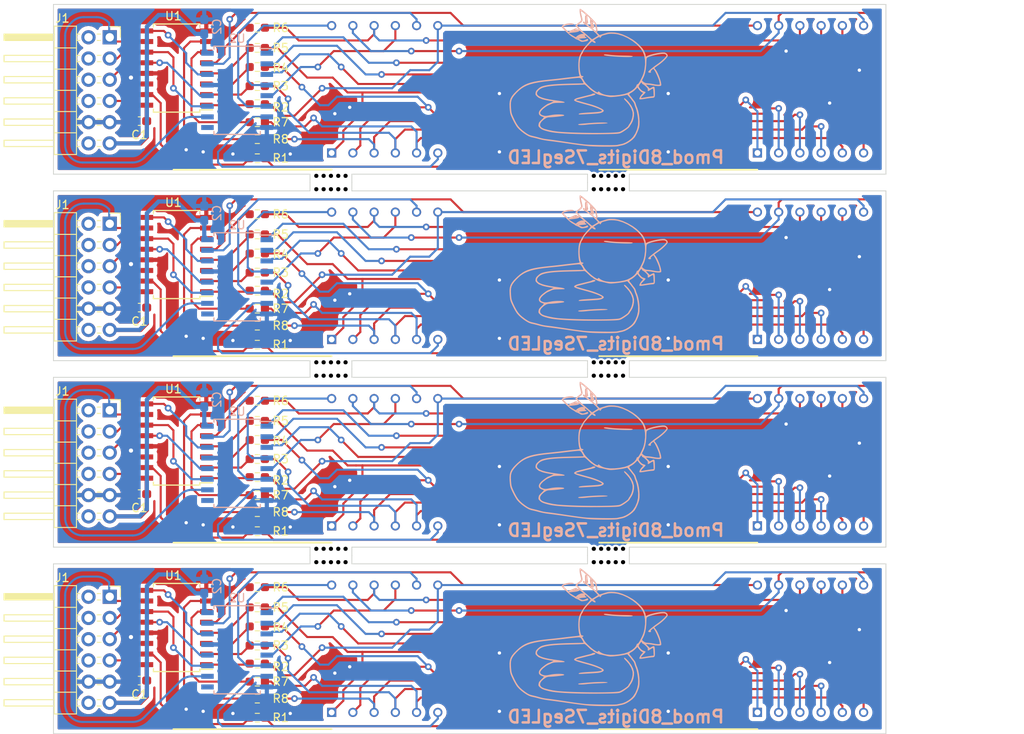
<source format=kicad_pcb>
(kicad_pcb (version 20221018) (generator pcbnew)
  (layers (0 "F.Cu" signal) (31 "B.Cu" signal) (34 "B.Paste" user) (35 "F.Paste" user) (36 "B.SilkS" user "B.Silkscreen") (37 "F.SilkS" user "F.Silkscreen") (38 "B.Mask" user) (39 "F.Mask" user) (44 "Edge.Cuts" user))
  (net 0 "")
  (net 1 "Board_0-GND")
  (net 2 "Board_0-Net-(DS1-ANODE_A_DIG_1234)")
  (net 3 "Board_0-Net-(DS1-ANODE_B_DIG_1234)")
  (net 4 "Board_0-Net-(DS1-ANODE_C_DIG_1234)")
  (net 5 "Board_0-Net-(DS1-ANODE_DP_DIG_1234)")
  (net 6 "Board_0-Net-(DS1-ANODE_D_DIG_1234)")
  (net 7 "Board_0-Net-(DS1-ANODE_E_DIG_1234)")
  (net 8 "Board_0-Net-(DS1-ANODE_F_DIG_1234)")
  (net 9 "Board_0-Net-(DS1-ANODE_G_DIG_1234)")
  (net 10 "Board_0-Net-(DS1-COMMON_CATHODE_DIG_1)")
  (net 11 "Board_0-Net-(DS1-COMMON_CATHODE_DIG_2)")
  (net 12 "Board_0-Net-(DS1-COMMON_CATHODE_DIG_3)")
  (net 13 "Board_0-Net-(DS1-COMMON_CATHODE_DIG_4)")
  (net 14 "Board_0-Net-(DS2-COMMON_CATHODE_DIG_1)")
  (net 15 "Board_0-Net-(DS2-COMMON_CATHODE_DIG_2)")
  (net 16 "Board_0-Net-(DS2-COMMON_CATHODE_DIG_3)")
  (net 17 "Board_0-Net-(DS2-COMMON_CATHODE_DIG_4)")
  (net 18 "Board_0-Net-(J1-Pin_1)")
  (net 19 "Board_0-Net-(J1-Pin_2)")
  (net 20 "Board_0-Net-(J1-Pin_3)")
  (net 21 "Board_0-Net-(J1-Pin_4)")
  (net 22 "Board_0-Net-(U1-QA)")
  (net 23 "Board_0-Net-(U1-QB)")
  (net 24 "Board_0-Net-(U1-QC)")
  (net 25 "Board_0-Net-(U1-QD)")
  (net 26 "Board_0-Net-(U1-QE)")
  (net 27 "Board_0-Net-(U1-QF)")
  (net 28 "Board_0-Net-(U1-QG)")
  (net 29 "Board_0-Net-(U1-QH')")
  (net 30 "Board_0-Net-(U1-QH)")
  (net 31 "Board_0-VCC")
  (net 32 "Board_0-unconnected-(J1-Pin_10-Pad10)")
  (net 33 "Board_0-unconnected-(J1-Pin_7-Pad7)")
  (net 34 "Board_0-unconnected-(J1-Pin_8-Pad8)")
  (net 35 "Board_0-unconnected-(J1-Pin_9-Pad9)")
  (net 36 "Board_0-unconnected-(U2-QH'-Pad9)")
  (net 37 "Board_1-GND")
  (net 38 "Board_1-Net-(DS1-ANODE_A_DIG_1234)")
  (net 39 "Board_1-Net-(DS1-ANODE_B_DIG_1234)")
  (net 40 "Board_1-Net-(DS1-ANODE_C_DIG_1234)")
  (net 41 "Board_1-Net-(DS1-ANODE_DP_DIG_1234)")
  (net 42 "Board_1-Net-(DS1-ANODE_D_DIG_1234)")
  (net 43 "Board_1-Net-(DS1-ANODE_E_DIG_1234)")
  (net 44 "Board_1-Net-(DS1-ANODE_F_DIG_1234)")
  (net 45 "Board_1-Net-(DS1-ANODE_G_DIG_1234)")
  (net 46 "Board_1-Net-(DS1-COMMON_CATHODE_DIG_1)")
  (net 47 "Board_1-Net-(DS1-COMMON_CATHODE_DIG_2)")
  (net 48 "Board_1-Net-(DS1-COMMON_CATHODE_DIG_3)")
  (net 49 "Board_1-Net-(DS1-COMMON_CATHODE_DIG_4)")
  (net 50 "Board_1-Net-(DS2-COMMON_CATHODE_DIG_1)")
  (net 51 "Board_1-Net-(DS2-COMMON_CATHODE_DIG_2)")
  (net 52 "Board_1-Net-(DS2-COMMON_CATHODE_DIG_3)")
  (net 53 "Board_1-Net-(DS2-COMMON_CATHODE_DIG_4)")
  (net 54 "Board_1-Net-(J1-Pin_1)")
  (net 55 "Board_1-Net-(J1-Pin_2)")
  (net 56 "Board_1-Net-(J1-Pin_3)")
  (net 57 "Board_1-Net-(J1-Pin_4)")
  (net 58 "Board_1-Net-(U1-QA)")
  (net 59 "Board_1-Net-(U1-QB)")
  (net 60 "Board_1-Net-(U1-QC)")
  (net 61 "Board_1-Net-(U1-QD)")
  (net 62 "Board_1-Net-(U1-QE)")
  (net 63 "Board_1-Net-(U1-QF)")
  (net 64 "Board_1-Net-(U1-QG)")
  (net 65 "Board_1-Net-(U1-QH')")
  (net 66 "Board_1-Net-(U1-QH)")
  (net 67 "Board_1-VCC")
  (net 68 "Board_1-unconnected-(J1-Pin_10-Pad10)")
  (net 69 "Board_1-unconnected-(J1-Pin_7-Pad7)")
  (net 70 "Board_1-unconnected-(J1-Pin_8-Pad8)")
  (net 71 "Board_1-unconnected-(J1-Pin_9-Pad9)")
  (net 72 "Board_1-unconnected-(U2-QH'-Pad9)")
  (net 73 "Board_2-GND")
  (net 74 "Board_2-Net-(DS1-ANODE_A_DIG_1234)")
  (net 75 "Board_2-Net-(DS1-ANODE_B_DIG_1234)")
  (net 76 "Board_2-Net-(DS1-ANODE_C_DIG_1234)")
  (net 77 "Board_2-Net-(DS1-ANODE_DP_DIG_1234)")
  (net 78 "Board_2-Net-(DS1-ANODE_D_DIG_1234)")
  (net 79 "Board_2-Net-(DS1-ANODE_E_DIG_1234)")
  (net 80 "Board_2-Net-(DS1-ANODE_F_DIG_1234)")
  (net 81 "Board_2-Net-(DS1-ANODE_G_DIG_1234)")
  (net 82 "Board_2-Net-(DS1-COMMON_CATHODE_DIG_1)")
  (net 83 "Board_2-Net-(DS1-COMMON_CATHODE_DIG_2)")
  (net 84 "Board_2-Net-(DS1-COMMON_CATHODE_DIG_3)")
  (net 85 "Board_2-Net-(DS1-COMMON_CATHODE_DIG_4)")
  (net 86 "Board_2-Net-(DS2-COMMON_CATHODE_DIG_1)")
  (net 87 "Board_2-Net-(DS2-COMMON_CATHODE_DIG_2)")
  (net 88 "Board_2-Net-(DS2-COMMON_CATHODE_DIG_3)")
  (net 89 "Board_2-Net-(DS2-COMMON_CATHODE_DIG_4)")
  (net 90 "Board_2-Net-(J1-Pin_1)")
  (net 91 "Board_2-Net-(J1-Pin_2)")
  (net 92 "Board_2-Net-(J1-Pin_3)")
  (net 93 "Board_2-Net-(J1-Pin_4)")
  (net 94 "Board_2-Net-(U1-QA)")
  (net 95 "Board_2-Net-(U1-QB)")
  (net 96 "Board_2-Net-(U1-QC)")
  (net 97 "Board_2-Net-(U1-QD)")
  (net 98 "Board_2-Net-(U1-QE)")
  (net 99 "Board_2-Net-(U1-QF)")
  (net 100 "Board_2-Net-(U1-QG)")
  (net 101 "Board_2-Net-(U1-QH')")
  (net 102 "Board_2-Net-(U1-QH)")
  (net 103 "Board_2-VCC")
  (net 104 "Board_2-unconnected-(J1-Pin_10-Pad10)")
  (net 105 "Board_2-unconnected-(J1-Pin_7-Pad7)")
  (net 106 "Board_2-unconnected-(J1-Pin_8-Pad8)")
  (net 107 "Board_2-unconnected-(J1-Pin_9-Pad9)")
  (net 108 "Board_2-unconnected-(U2-QH'-Pad9)")
  (net 109 "Board_3-GND")
  (net 110 "Board_3-Net-(DS1-ANODE_A_DIG_1234)")
  (net 111 "Board_3-Net-(DS1-ANODE_B_DIG_1234)")
  (net 112 "Board_3-Net-(DS1-ANODE_C_DIG_1234)")
  (net 113 "Board_3-Net-(DS1-ANODE_DP_DIG_1234)")
  (net 114 "Board_3-Net-(DS1-ANODE_D_DIG_1234)")
  (net 115 "Board_3-Net-(DS1-ANODE_E_DIG_1234)")
  (net 116 "Board_3-Net-(DS1-ANODE_F_DIG_1234)")
  (net 117 "Board_3-Net-(DS1-ANODE_G_DIG_1234)")
  (net 118 "Board_3-Net-(DS1-COMMON_CATHODE_DIG_1)")
  (net 119 "Board_3-Net-(DS1-COMMON_CATHODE_DIG_2)")
  (net 120 "Board_3-Net-(DS1-COMMON_CATHODE_DIG_3)")
  (net 121 "Board_3-Net-(DS1-COMMON_CATHODE_DIG_4)")
  (net 122 "Board_3-Net-(DS2-COMMON_CATHODE_DIG_1)")
  (net 123 "Board_3-Net-(DS2-COMMON_CATHODE_DIG_2)")
  (net 124 "Board_3-Net-(DS2-COMMON_CATHODE_DIG_3)")
  (net 125 "Board_3-Net-(DS2-COMMON_CATHODE_DIG_4)")
  (net 126 "Board_3-Net-(J1-Pin_1)")
  (net 127 "Board_3-Net-(J1-Pin_2)")
  (net 128 "Board_3-Net-(J1-Pin_3)")
  (net 129 "Board_3-Net-(J1-Pin_4)")
  (net 130 "Board_3-Net-(U1-QA)")
  (net 131 "Board_3-Net-(U1-QB)")
  (net 132 "Board_3-Net-(U1-QC)")
  (net 133 "Board_3-Net-(U1-QD)")
  (net 134 "Board_3-Net-(U1-QE)")
  (net 135 "Board_3-Net-(U1-QF)")
  (net 136 "Board_3-Net-(U1-QG)")
  (net 137 "Board_3-Net-(U1-QH')")
  (net 138 "Board_3-Net-(U1-QH)")
  (net 139 "Board_3-VCC")
  (net 140 "Board_3-unconnected-(J1-Pin_10-Pad10)")
  (net 141 "Board_3-unconnected-(J1-Pin_7-Pad7)")
  (net 142 "Board_3-unconnected-(J1-Pin_8-Pad8)")
  (net 143 "Board_3-unconnected-(J1-Pin_9-Pad9)")
  (net 144 "Board_3-unconnected-(U2-QH'-Pad9)")
  (footprint "NPTH" (layer "F.Cu") (at 132.780334 40.52)
    (fp_text reference "REF**" hide)
    (fp_text value "NPTH" hide)
  )
  (footprint "NPTH" (layer "F.Cu") (at 131.905334 86.76)
    (fp_text reference "REF**" hide)
    (fp_text value "NPTH" hide)
  )
  (footprint "NPTH" (layer "F.Cu") (at 165.094666 85.16)
    (fp_text reference "REF**" hide)
    (fp_text value "NPTH" hide)
  )
  (footprint "Resistor_SMD:R_0603_1608Metric_Pad0.98x0.95mm_HandSolder" (layer "F.Cu") (at 123.1 98.898)
    (fp_text reference "R2")
    (fp_text value "680" hide)
  )
  (footprint "MyLibrary:Pmod" (layer "F.Cu") (at 105.447 68.577)
    (fp_text reference "J1")
    (fp_text value "Pmod_Header" hide)
  )
  (footprint "Resistor_SMD:R_0603_1608Metric_Pad0.98x0.95mm_HandSolder" (layer "F.Cu") (at 123.1 27.493)
    (fp_text reference "R4")
    (fp_text value "680" hide)
  )
  (footprint "Resistor_SMD:R_0603_1608Metric_Pad0.98x0.95mm_HandSolder" (layer "F.Cu") (at 123.1 103.089)
    (fp_text reference "R8")
    (fp_text value "680" hide)
  )
  (footprint "Resistor_SMD:R_0603_1608Metric_Pad0.98x0.95mm_HandSolder" (layer "F.Cu") (at 123.1 89.754)
    (fp_text reference "R6")
    (fp_text value "680" hide)
  )
  (footprint "Resistor_SMD:R_0603_1608Metric_Pad0.98x0.95mm_HandSolder" (layer "F.Cu") (at 123.1 69.847)
    (fp_text reference "R5")
    (fp_text value "680" hide)
  )
  (footprint "NPTH" (layer "F.Cu") (at 163.344666 85.16)
    (fp_text reference "REF**" hide)
    (fp_text value "NPTH" hide)
  )
  (footprint "NPTH" (layer "F.Cu") (at 131.905334 40.52)
    (fp_text reference "REF**" hide)
    (fp_text value "NPTH" hide)
  )
  (footprint "Resistor_SMD:R_0603_1608Metric_Pad0.98x0.95mm_HandSolder" (layer "F.Cu") (at 123.1 52.099)
    (fp_text reference "R3")
    (fp_text value "680" hide)
  )
  (footprint "Resistor_SMD:R_0603_1608Metric_Pad0.98x0.95mm_HandSolder" (layer "F.Cu") (at 123.1 78.737)
    (fp_text reference "R7")
    (fp_text value "680" hide)
  )
  (footprint "NPTH" (layer "F.Cu") (at 165.969666 62.84)
    (fp_text reference "REF**" hide)
    (fp_text value "NPTH" hide)
  )
  (footprint "Package_SO:SOIC-16W_5.3x10.2mm_P1.27mm" (layer "F.Cu") (at 113.448 72.26 180)
    (fp_text reference "U1")
    (fp_text value "74HC595")
  )
  (footprint "SamacSys_Parts:DIPS1524W50P254L5030H825Q12N" (layer "F.Cu") (at 131.99 37.78 90)
    (fp_text reference "DS2" hide)
    (fp_text value "OSL40562-LR" hide)
  )
  (footprint "NPTH" (layer "F.Cu") (at 130.155334 62.84)
    (fp_text reference "REF**" hide)
    (fp_text value "NPTH" hide)
  )
  (footprint "NPTH" (layer "F.Cu") (at 133.655334 64.44)
    (fp_text reference "REF**" hide)
    (fp_text value "NPTH" hide)
  )
  (footprint "SamacSys_Parts:DIPS1524W50P254L5030H825Q12N" (layer "F.Cu") (at 131.99 82.42 90)
    (fp_text reference "DS2" hide)
    (fp_text value "OSL40562-LR" hide)
  )
  (footprint "NPTH" (layer "F.Cu") (at 164.219666 42.12)
    (fp_text reference "REF**" hide)
    (fp_text value "NPTH" hide)
  )
  (footprint "SamacSys_Parts:DIPS1524W50P254L5030H825Q12N" (layer "F.Cu") (at 131.99 104.74 90)
    (fp_text reference "DS2" hide)
    (fp_text value "OSL40562-LR" hide)
  )
  (footprint "NPTH" (layer "F.Cu") (at 165.094666 40.52)
    (fp_text reference "REF**" hide)
    (fp_text value "NPTH" hide)
  )
  (footprint "NPTH" (layer "F.Cu") (at 166.844666 64.44)
    (fp_text reference "REF**" hide)
    (fp_text value "NPTH" hide)
  )
  (footprint "MyLibrary:Pmod" (layer "F.Cu") (at 105.447 23.937)
    (fp_text reference "J1")
    (fp_text value "Pmod_Header" hide)
  )
  (footprint "SamacSys_Parts:DIPS1524W50P254L5030H825Q12N" (layer "F.Cu") (at 182.917 82.42 90)
    (fp_text reference "DS1" hide)
    (fp_text value "OSL40562-LR" hide)
  )
  (footprint "Capacitor_SMD:C_0603_1608Metric_Pad1.08x0.95mm_HandSolder" (layer "F.Cu") (at 109.003 33.97 180)
    (fp_text reference "C1")
    (fp_text value "C" hide)
  )
  (footprint "Resistor_SMD:R_0603_1608Metric_Pad0.98x0.95mm_HandSolder" (layer "F.Cu") (at 123.1 94.453)
    (fp_text reference "R4")
    (fp_text value "680" hide)
  )
  (footprint "NPTH" (layer "F.Cu") (at 164.219666 85.16)
    (fp_text reference "REF**" hide)
    (fp_text value "NPTH" hide)
  )
  (footprint "MyLibrary:Pmod" (layer "F.Cu") (at 105.447 46.257)
    (fp_text reference "J1")
    (fp_text value "Pmod_Header" hide)
  )
  (footprint "Resistor_SMD:R_0603_1608Metric_Pad0.98x0.95mm_HandSolder" (layer "F.Cu") (at 123.1 45.114)
    (fp_text reference "R6")
    (fp_text value "680" hide)
  )
  (footprint "NPTH" (layer "F.Cu") (at 131.030334 62.84)
    (fp_text reference "REF**" hide)
    (fp_text value "NPTH" hide)
  )
  (footprint "NPTH" (layer "F.Cu") (at 165.094666 62.84)
    (fp_text reference "REF**" hide)
    (fp_text value "NPTH" hide)
  )
  (footprint "Capacitor_SMD:C_0603_1608Metric_Pad1.08x0.95mm_HandSolder" (layer "F.Cu") (at 109.003 78.61 180)
    (fp_text reference "C1")
    (fp_text value "C" hide)
  )
  (footprint "SamacSys_Parts:DIPS1524W50P254L5030H825Q12N" (layer "F.Cu") (at 182.917 60.1 90)
    (fp_text reference "DS1" hide)
    (fp_text value "OSL40562-LR" hide)
  )
  (footprint "Resistor_SMD:R_0603_1608Metric_Pad0.98x0.95mm_HandSolder" (layer "F.Cu") (at 123.1 96.739)
    (fp_text reference "R3")
    (fp_text value "680" hide)
  )
  (footprint "NPTH" (layer "F.Cu") (at 131.905334 64.44)
    (fp_text reference "REF**" hide)
    (fp_text value "NPTH" hide)
  )
  (footprint "NPTH" (layer "F.Cu") (at 132.780334 85.16)
    (fp_text reference "REF**" hide)
    (fp_text value "NPTH" hide)
  )
  (footprint "Resistor_SMD:R_0603_1608Metric_Pad0.98x0.95mm_HandSolder" (layer "F.Cu") (at 123.1 74.419)
    (fp_text reference "R3")
    (fp_text value "680" hide)
  )
  (footprint "SamacSys_Parts:DIPS1524W50P254L5030H825Q12N" (layer "F.Cu") (at 131.99 60.1 90)
    (fp_text reference "DS2" hide)
    (fp_text value "OSL40562-LR" hide)
  )
  (footprint "NPTH" (layer "F.Cu") (at 130.155334 42.12)
    (fp_text reference "REF**" hide)
    (fp_text value "NPTH" hide)
  )
  (footprint "NPTH" (layer "F.Cu") (at 131.905334 85.16)
    (fp_text reference "REF**" hide)
    (fp_text value "NPTH" hide)
  )
  (footprint "NPTH" (layer "F.Cu") (at 166.844666 86.76)
    (fp_text reference "REF**" hide)
    (fp_text value "NPTH" hide)
  )
  (footprint "Resistor_SMD:R_0603_1608Metric_Pad0.98x0.95mm_HandSolder" (layer "F.Cu") (at 123.1 25.207)
    (fp_text reference "R5")
    (fp_text value "680" hide)
  )
  (footprint "Package_SO:SOIC-16W_5.3x10.2mm_P1.27mm" (layer "F.Cu") (at 113.448 49.94 180)
    (fp_text reference "U1")
    (fp_text value "74HC595")
  )
  (footprint "NPTH" (layer "F.Cu") (at 131.030334 86.76)
    (fp_text reference "REF**" hide)
    (fp_text value "NPTH" hide)
  )
  (footprint "Resistor_SMD:R_0603_1608Metric_Pad0.98x0.95mm_HandSolder" (layer "F.Cu") (at 123.1 76.578)
    (fp_text reference "R2")
    (fp_text value "680" hide)
  )
  (footprint "Capacitor_SMD:C_0603_1608Metric_Pad1.08x0.95mm_HandSolder" (layer "F.Cu") (at 109.003 100.93 180)
    (fp_text reference "C1")
    (fp_text value "C" hide)
  )
  (footprint "Resistor_SMD:R_0603_1608Metric_Pad0.98x0.95mm_HandSolder" (layer "F.Cu") (at 123.1 60.735)
    (fp_text reference "R1")
    (fp_text value "680" hide)
  )
  (footprint "NPTH" (layer "F.Cu") (at 163.344666 86.76)
    (fp_text reference "REF**" hide)
    (fp_text value "NPTH" hide)
  )
  (footprint "NPTH" (layer "F.Cu") (at 165.094666 42.12)
    (fp_text reference "REF**" hide)
    (fp_text value "NPTH" hide)
  )
  (footprint "Resistor_SMD:R_0603_1608Metric_Pad0.98x0.95mm_HandSolder" (layer "F.Cu") (at 123.1 67.434)
    (fp_text reference "R6")
    (fp_text value "680" hide)
  )
  (footprint "SamacSys_Parts:DIPS1524W50P254L5030H825Q12N" (layer "F.Cu") (at 182.917 37.78 90)
    (fp_text reference "DS1" hide)
    (fp_text value "OSL40562-LR" hide)
  )
  (footprint "Resistor_SMD:R_0603_1608Metric_Pad0.98x0.95mm_HandSolder" (layer "F.Cu") (at 123.1 72.133)
    (fp_text reference "R4")
    (fp_text value "680" hide)
  )
  (footprint "Resistor_SMD:R_0603_1608Metric_Pad0.98x0.95mm_HandSolder" (layer "F.Cu") (at 123.1 101.057)
    (fp_text reference "R7")
    (fp_text value "680" hide)
  )
  (footprint "Resistor_SMD:R_0603_1608Metric_Pad0.98x0.95mm_HandSolder" (layer "F.Cu") (at 123.1 49.813)
    (fp_text reference "R4")
    (fp_text value "680" hide)
  )
  (footprint "Resistor_SMD:R_0603_1608Metric_Pad0.98x0.95mm_HandSolder" (layer "F.Cu") (at 123.1 31.938)
    (fp_text reference "R2")
    (fp_text value "680" hide)
  )
  (footprint "Resistor_SMD:R_0603_1608Metric_Pad0.98x0.95mm_HandSolder" (layer "F.Cu") (at 123.1 83.055)
    (fp_text reference "R1")
    (fp_text value "680" hide)
  )
  (footprint "Resistor_SMD:R_0603_1608Metric_Pad0.98x0.95mm_HandSolder" (layer "F.Cu") (at 123.1 105.375)
    (fp_text reference "R1")
    (fp_text value "680" hide)
  )
  (footprint "NPTH" (layer "F.Cu") (at 166.844666 85.16)
    (fp_text reference "REF**" hide)
    (fp_text value "NPTH" hide)
  )
  (footprint "NPTH" (layer "F.Cu") (at 130.155334 86.76)
    (fp_text reference "REF**" hide)
    (fp_text value "NPTH" hide)
  )
  (footprint "NPTH" (layer "F.Cu") (at 130.155334 85.16)
    (fp_text reference "REF**" hide)
    (fp_text value "NPTH" hide)
  )
  (footprint "NPTH" (layer "F.Cu") (at 166.844666 42.12)
    (fp_text reference "REF**" hide)
    (fp_text value "NPTH" hide)
  )
  (footprint "NPTH" (layer "F.Cu") (at 131.905334 42.12)
    (fp_text reference "REF**" hide)
    (fp_text value "NPTH" hide)
  )
  (footprint "NPTH" (layer "F.Cu") (at 133.655334 85.16)
    (fp_text reference "REF**" hide)
    (fp_text value "NPTH" hide)
  )
  (footprint "Resistor_SMD:R_0603_1608Metric_Pad0.98x0.95mm_HandSolder" (layer "F.Cu") (at 123.1 92.167)
    (fp_text reference "R5")
    (fp_text value "680" hide)
  )
  (footprint "NPTH" (layer "F.Cu") (at 131.030334 64.44)
    (fp_text reference "REF**" hide)
    (fp_text value "NPTH" hide)
  )
  (footprint "NPTH" (layer "F.Cu") (at 164.219666 64.44)
    (fp_text reference "REF**" hide)
    (fp_text value "NPTH" hide)
  )
  (footprint "NPTH" (layer "F.Cu") (at 164.219666 62.84)
    (fp_text reference "REF**" hide)
    (fp_text value "NPTH" hide)
  )
  (footprint "NPTH" (layer "F.Cu") (at 132.780334 86.76)
    (fp_text reference "REF**" hide)
    (fp_text value "NPTH" hide)
  )
  (footprint "NPTH" (layer "F.Cu") (at 131.030334 42.12)
    (fp_text reference "REF**" hide)
    (fp_text value "NPTH" hide)
  )
  (footprint "MyLibrary:Pmod" (layer "F.Cu") (at 105.447 90.897)
    (fp_text reference "J1")
    (fp_text value "Pmod_Header" hide)
  )
  (footprint "NPTH" (layer "F.Cu") (at 130.155334 64.44)
    (fp_text reference "REF**" hide)
    (fp_text value "NPTH" hide)
  )
  (footprint "NPTH" (layer "F.Cu") (at 165.969666 85.16)
    (fp_text reference "REF**" hide)
    (fp_text value "NPTH" hide)
  )
  (footprint "NPTH" (layer "F.Cu") (at 164.219666 86.76)
    (fp_text reference "REF**" hide)
    (fp_text value "NPTH" hide)
  )
  (footprint "SamacSys_Parts:DIPS1524W50P254L5030H825Q12N" (layer "F.Cu") (at 182.917 104.74 90)
    (fp_text reference "DS1" hide)
    (fp_text value "OSL40562-LR" hide)
  )
  (footprint "NPTH" (layer "F.Cu") (at 163.344666 62.84)
    (fp_text reference "REF**" hide)
    (fp_text value "NPTH" hide)
  )
  (footprint "NPTH" (layer "F.Cu") (at 132.780334 62.84)
    (fp_text reference "REF**" hide)
    (fp_text value "NPTH" hide)
  )
  (footprint "NPTH" (layer "F.Cu") (at 166.844666 40.52)
    (fp_text reference "REF**" hide)
    (fp_text value "NPTH" hide)
  )
  (footprint "NPTH" (layer "F.Cu") (at 133.655334 86.76)
    (fp_text reference "REF**" hide)
    (fp_text value "NPTH" hide)
  )
  (footprint "NPTH" (layer "F.Cu") (at 165.969666 42.12)
    (fp_text reference "REF**" hide)
    (fp_text value "NPTH" hide)
  )
  (footprint "NPTH" (layer "F.Cu") (at 131.905334 62.84)
    (fp_text reference "REF**" hide)
    (fp_text value "NPTH" hide)
  )
  (footprint "Resistor_SMD:R_0603_1608Metric_Pad0.98x0.95mm_HandSolder" (layer "F.Cu") (at 123.1 58.449)
    (fp_text reference "R8")
    (fp_text value "680" hide)
  )
  (footprint "NPTH" (layer "F.Cu") (at 164.219666 40.52)
    (fp_text reference "REF**" hide)
    (fp_text value "NPTH" hide)
  )
  (footprint "NPTH" (layer "F.Cu") (at 165.969666 64.44)
    (fp_text reference "REF**" hide)
    (fp_text value "NPTH" hide)
  )
  (footprint "NPTH" (layer "F.Cu") (at 163.344666 64.44)
    (fp_text reference "REF**" hide)
    (fp_text value "NPTH" hide)
  )
  (footprint "NPTH" (layer "F.Cu") (at 132.780334 64.44)
    (fp_text reference "REF**" hide)
    (fp_text value "NPTH" hide)
  )
  (footprint "NPTH" (layer "F.Cu") (at 165.094666 86.76)
    (fp_text reference "REF**" hide)
    (fp_text value "NPTH" hide)
  )
  (footprint "Resistor_SMD:R_0603_1608Metric_Pad0.98x0.95mm_HandSolder" (layer "F.Cu") (at 123.1 38.415)
    (fp_text reference "R1")
    (fp_text value "680" hide)
  )
  (footprint "NPTH" (layer "F.Cu") (at 165.969666 86.76)
    (fp_text reference "REF**" hide)
    (fp_text value "NPTH" hide)
  )
  (footprint "NPTH" (layer "F.Cu") (at 133.655334 62.84)
    (fp_text reference "REF**" hide)
    (fp_text value "NPTH" hide)
  )
  (footprint "Resistor_SMD:R_0603_1608Metric_Pad0.98x0.95mm_HandSolder" (layer "F.Cu") (at 123.1 29.779)
    (fp_text reference "R3")
    (fp_text value "680" hide)
  )
  (footprint "Package_SO:SOIC-16W_5.3x10.2mm_P1.27mm" (layer "F.Cu") (at 113.448 27.62 180)
    (fp_text reference "U1")
    (fp_text value "74HC595")
  )
  (footprint "Resistor_SMD:R_0603_1608Metric_Pad0.98x0.95mm_HandSolder" (layer "F.Cu") (at 123.1 34.097)
    (fp_text reference "R7")
    (fp_text value "680" hide)
  )
  (footprint "Resistor_SMD:R_0603_1608Metric_Pad0.98x0.95mm_HandSolder" (layer "F.Cu") (at 123.1 80.769)
    (fp_text reference "R8")
    (fp_text value "680" hide)
  )
  (footprint "Resistor_SMD:R_0603_1608Metric_Pad0.98x0.95mm_HandSolder" (layer "F.Cu") (at 123.1 47.527)
    (fp_text reference "R5")
    (fp_text value "680" hide)
  )
  (footprint "Resistor_SMD:R_0603_1608Metric_Pad0.98x0.95mm_HandSolder" (layer "F.Cu") (at 123.1 36.129)
    (fp_text reference "R8")
    (fp_text value "680" hide)
  )
  (footprint "NPTH" (layer "F.Cu") (at 165.094666 64.44)
    (fp_text reference "REF**" hide)
    (fp_text value "NPTH" hide)
  )
  (footprint "Resistor_SMD:R_0603_1608Metric_Pad0.98x0.95mm_HandSolder" (layer "F.Cu") (at 123.1 54.258)
    (fp_text reference "R2")
    (fp_text value "680" hide)
  )
  (footprint "NPTH" (layer "F.Cu") (at 131.030334 40.52)
    (fp_text reference "REF**" hide)
    (fp_text value "NPTH" hide)
  )
  (footprint "NPTH" (layer "F.Cu") (at 163.344666 42.12)
    (fp_text reference "REF**" hide)
    (fp_text value "NPTH" hide)
  )
  (footprint "NPTH" (layer "F.Cu") (at 132.780334 42.12)
    (fp_text reference "REF**" hide)
    (fp_text value "NPTH" hide)
  )
  (footprint "NPTH" (layer "F.Cu") (at 163.344666 40.52)
    (fp_text reference "REF**" hide)
    (fp_text value "NPTH" hide)
  )
  (footprint "NPTH" (layer "F.Cu") (at 130.155334 40.52)
    (fp_text reference "REF**" hide)
    (fp_text value "NPTH" hide)
  )
  (footprint "NPTH" (layer "F.Cu") (at 131.030334 85.16)
    (fp_text reference "REF**" hide)
    (fp_text value "NPTH" hide)
  )
  (footprint "NPTH" (layer "F.Cu") (at 133.655334 40.52)
    (fp_text reference "REF**" hide)
    (fp_text value "NPTH" hide)
  )
  (footprint "Capacitor_SMD:C_0603_1608Metric_Pad1.08x0.95mm_HandSolder" (layer "F.Cu") (at 109.003 56.29 180)
    (fp_text reference "C1")
    (fp_text value "C" hide)
  )
  (footprint "Resistor_SMD:R_0603_1608Metric_Pad0.98x0.95mm_HandSolder" (layer "F.Cu") (at 123.1 22.794)
    (fp_text reference "R6")
    (fp_text value "680" hide)
  )
  (footprint "NPTH" (layer "F.Cu") (at 166.844666 62.84)
    (fp_text reference "REF**" hide)
    (fp_text value "NPTH" hide)
  )
  (footprint "NPTH" (layer "F.Cu") (at 133.655334 42.12)
    (fp_text reference "REF**" hide)
    (fp_text value "NPTH" hide)
  )
  (footprint "NPTH" (layer "F.Cu") (at 165.969666 40.52)
    (fp_text reference "REF**" hide)
    (fp_text value "NPTH" hide)
  )
  (footprint "Package_SO:SOIC-16W_5.3x10.2mm_P1.27mm" (layer "F.Cu") (at 113.448 94.58 180)
    (fp_text reference "U1")
    (fp_text value "74HC595")
  )
  (footprint "Resistor_SMD:R_0603_1608Metric_Pad0.98x0.95mm_HandSolder" (layer "F.Cu") (at 123.1 56.417)
    (fp_text reference "R7")
    (fp_text value "680" hide)
  )
  (footprint "Package_SO:SOIC-16W_5.3x10.2mm_P1.27mm" (layer "B.Cu") (at 120.687 52.607 180)
    (fp_text reference "U2")
    (fp_text value "74HC595")
  )
  (footprint "Package_SO:SOIC-16W_5.3x10.2mm_P1.27mm" (layer "B.Cu") (at 120.687 30.287 180)
    (fp_text reference "U2")
    (fp_text value "74HC595")
  )
  (footprint "MyLibrary:kamo20" (layer "B.Cu") (at 162.851 52.099 180)
    (fp_text reference "G***" hide)
    (fp_text value "LOGO" hide)
  )
  (footprint "Capacitor_SMD:C_0603_1608Metric_Pad1.08x0.95mm_HandSolder" (layer "B.Cu") (at 116.75 67.307 -90)
    (fp_text reference "C2")
    (fp_text value "C" hide)
  )
  (footprint "Package_SO:SOIC-16W_5.3x10.2mm_P1.27mm" (layer "B.Cu") (at 120.687 97.247 180)
    (fp_text reference "U2")
    (fp_text value "74HC595")
  )
  (footprint "MyLibrary:kamo20" (layer "B.Cu") (at 162.851 96.739 180)
    (fp_text reference "G***" hide)
    (fp_text value "LOGO" hide)
  )
  (footprint "Package_SO:SOIC-16W_5.3x10.2mm_P1.27mm" (layer "B.Cu") (at 120.687 74.927 180)
    (fp_text reference "U2")
    (fp_text value "74HC595")
  )
  (footprint "Capacitor_SMD:C_0603_1608Metric_Pad1.08x0.95mm_HandSolder" (layer "B.Cu") (at 116.75 22.667 -90)
    (fp_text reference "C2")
    (fp_text value "C" hide)
  )
  (footprint "MyLibrary:kamo20" (layer "B.Cu") (at 162.851 29.779 180)
    (fp_text reference "G***" hide)
    (fp_text value "LOGO" hide)
  )
  (footprint "Capacitor_SMD:C_0603_1608Metric_Pad1.08x0.95mm_HandSolder" (layer "B.Cu") (at 116.75 44.987 -90)
    (fp_text reference "C2")
    (fp_text value "C" hide)
  )
  (footprint "Capacitor_SMD:C_0603_1608Metric_Pad1.08x0.95mm_HandSolder" (layer "B.Cu") (at 116.75 89.627 -90)
    (fp_text reference "C2")
    (fp_text value "C" hide)
  )
  (footprint "MyLibrary:kamo20" (layer "B.Cu") (at 162.851 74.419 180)
    (fp_text reference "G***" hide)
    (fp_text value "LOGO" hide)
  )
  (gr_line (start 98.716 84.96) (end 129.405333 84.96) (stroke (width 0.1)) (layer "Edge.Cuts"))
  (gr_line (start 134.405333 40.32) (end 162.594666 40.32) (stroke (width 0.1)) (layer "Edge.Cuts"))
  (gr_line (start 167.594666 42.32) (end 167.594666 41.32) (stroke (width 0.1)) (layer "Edge.Cuts"))
  (gr_line (start 198.284 42.32) (end 167.594666 42.32) (stroke (width 0.1)) (layer "Edge.Cuts"))
  (gr_line (start 167.594666 64.64) (end 167.594666 63.64) (stroke (width 0.1)) (layer "Edge.Cuts"))
  (gr_line (start 134.405333 62.64) (end 162.594666 62.64) (stroke (width 0.1)) (layer "Edge.Cuts"))
  (gr_line (start 162.594666 41.32) (end 162.594666 42.32) (stroke (width 0.1)) (layer "Edge.Cuts"))
  (gr_line (start 98.716 42.32) (end 98.716 62.64) (stroke (width 0.1)) (layer "Edge.Cuts"))
  (gr_line (start 162.594666 84.96) (end 162.594666 85.96) (stroke (width 0.1)) (layer "Edge.Cuts"))
  (gr_line (start 162.594666 86.96) (end 134.405333 86.96) (stroke (width 0.1)) (layer "Edge.Cuts"))
  (gr_line (start 129.405333 40.32) (end 129.405333 40.32) (stroke (width 0.1)) (layer "Edge.Cuts"))
  (gr_line (start 167.594666 40.32) (end 198.284 40.32) (stroke (width 0.1)) (layer "Edge.Cuts"))
  (gr_line (start 134.405333 63.64) (end 134.405333 62.64) (stroke (width 0.1)) (layer "Edge.Cuts"))
  (gr_line (start 198.284 40.32) (end 198.284 20) (stroke (width 0.1)) (layer "Edge.Cuts"))
  (gr_line (start 198.284 62.64) (end 198.284 42.32) (stroke (width 0.1)) (layer "Edge.Cuts"))
  (gr_line (start 198.284 64.64) (end 167.594666 64.64) (stroke (width 0.1)) (layer "Edge.Cuts"))
  (gr_line (start 167.594666 63.64) (end 167.594666 62.64) (stroke (width 0.1)) (layer "Edge.Cuts"))
  (gr_line (start 134.405333 63.64) (end 134.405333 63.64) (stroke (width 0.1)) (layer "Edge.Cuts"))
  (gr_line (start 134.405333 84.96) (end 162.594666 84.96) (stroke (width 0.1)) (layer "Edge.Cuts"))
  (gr_line (start 129.405333 40.32) (end 129.405333 41.32) (stroke (width 0.1)) (layer "Edge.Cuts"))
  (gr_line (start 134.405333 86.96) (end 134.405333 85.96) (stroke (width 0.1)) (layer "Edge.Cuts"))
  (gr_line (start 129.405333 63.64) (end 129.405333 64.64) (stroke (width 0.1)) (layer "Edge.Cuts"))
  (gr_line (start 167.594666 86.96) (end 167.594666 85.96) (stroke (width 0.1)) (layer "Edge.Cuts"))
  (gr_line (start 167.594666 41.32) (end 167.594666 40.32) (stroke (width 0.1)) (layer "Edge.Cuts"))
  (gr_line (start 98.716 64.64) (end 98.716 84.96) (stroke (width 0.1)) (layer "Edge.Cuts"))
  (gr_line (start 129.405333 85.96) (end 129.405333 86.96) (stroke (width 0.1)) (layer "Edge.Cuts"))
  (gr_line (start 167.594666 85.96) (end 167.594666 84.96) (stroke (width 0.1)) (layer "Edge.Cuts"))
  (gr_line (start 167.594666 62.64) (end 198.284 62.64) (stroke (width 0.1)) (layer "Edge.Cuts"))
  (gr_line (start 134.405333 42.32) (end 134.405333 41.32) (stroke (width 0.1)) (layer "Edge.Cuts"))
  (gr_line (start 129.405333 41.32) (end 129.405333 42.32) (stroke (width 0.1)) (layer "Edge.Cuts"))
  (gr_line (start 198.284 84.96) (end 198.284 64.64) (stroke (width 0.1)) (layer "Edge.Cuts"))
  (gr_line (start 98.716 20) (end 98.716 40.32) (stroke (width 0.1)) (layer "Edge.Cuts"))
  (gr_line (start 98.716 107.28) (end 198.284 107.28) (stroke (width 0.1)) (layer "Edge.Cuts"))
  (gr_line (start 98.716 40.32) (end 129.405333 40.32) (stroke (width 0.1)) (layer "Edge.Cuts"))
  (gr_line (start 162.594666 62.64) (end 162.594666 63.64) (stroke (width 0.1)) (layer "Edge.Cuts"))
  (gr_line (start 162.594666 42.32) (end 134.405333 42.32) (stroke (width 0.1)) (layer "Edge.Cuts"))
  (gr_line (start 134.405333 85.96) (end 134.405333 85.96) (stroke (width 0.1)) (layer "Edge.Cuts"))
  (gr_line (start 134.405333 42.32) (end 134.405333 42.32) (stroke (width 0.1)) (layer "Edge.Cuts"))
  (gr_line (start 198.284 20) (end 98.716 20) (stroke (width 0.1)) (layer "Edge.Cuts"))
  (gr_line (start 134.405333 64.64) (end 134.405333 63.64) (stroke (width 0.1)) (layer "Edge.Cuts"))
  (gr_line (start 198.284 86.96) (end 167.594666 86.96) (stroke (width 0.1)) (layer "Edge.Cuts"))
  (gr_line (start 162.594666 85.96) (end 162.594666 86.96) (stroke (width 0.1)) (layer "Edge.Cuts"))
  (gr_line (start 162.594666 63.64) (end 162.594666 64.64) (stroke (width 0.1)) (layer "Edge.Cuts"))
  (gr_line (start 162.594666 64.64) (end 134.405333 64.64) (stroke (width 0.1)) (layer "Edge.Cuts"))
  (gr_line (start 162.594666 40.32) (end 162.594666 41.32) (stroke (width 0.1)) (layer "Edge.Cuts"))
  (gr_line (start 134.405333 41.32) (end 134.405333 40.32) (stroke (width 0.1)) (layer "Edge.Cuts"))
  (gr_line (start 98.716 86.96) (end 98.716 107.28) (stroke (width 0.1)) (layer "Edge.Cuts"))
  (gr_line (start 129.405333 86.96) (end 98.716 86.96) (stroke (width 0.1)) (layer "Edge.Cuts"))
  (gr_line (start 129.405333 62.64) (end 129.405333 63.64) (stroke (width 0.1)) (layer "Edge.Cuts"))
  (gr_line (start 134.405333 85.96) (end 134.405333 84.96) (stroke (width 0.1)) (layer "Edge.Cuts"))
  (gr_line (start 167.594666 84.96) (end 198.284 84.96) (stroke (width 0.1)) (layer "Edge.Cuts"))
  (gr_line (start 98.716 62.64) (end 129.405333 62.64) (stroke (width 0.1)) (layer "Edge.Cuts"))
  (gr_line (start 129.405333 42.32) (end 98.716 42.32) (stroke (width 0.1)) (layer "Edge.Cuts"))
  (gr_line (start 129.405333 84.96) (end 129.405333 85.96) (stroke (width 0.1)) (layer "Edge.Cuts"))
  (gr_line (start 129.405333 64.64) (end 98.716 64.64) (stroke (width 0.1)) (layer "Edge.Cuts"))
  (gr_line (start 198.284 107.28) (end 198.284 86.96) (stroke (width 0.1)) (layer "Edge.Cuts"))
  (gr_text "Pmod_8Digits_7SegLED " (at 179.107 61.497) (layer "B.SilkS") (effects (font (size 1.5 1.5) (thickness 0.3) bold) (justify left bottom mirror)))
  (gr_text "Pmod_8Digits_7SegLED " (at 179.107 106.137) (layer "B.SilkS") (effects (font (size 1.5 1.5) (thickness 0.3) bold) (justify left bottom mirror)))
  (gr_text "Pmod_8Digits_7SegLED " (at 179.107 83.817) (layer "B.SilkS") (effects (font (size 1.5 1.5) (thickness 0.3) bold) (justify left bottom mirror)))
  (gr_text "Pmod_8Digits_7SegLED " (at 179.107 39.177) (layer "B.SilkS") (effects (font (size 1.5 1.5) (thickness 0.3) bold) (justify left bottom mirror)))
  (gr_text "" (at 148.5 20) (layer "F.SilkS") (effects (font (size 1.5 1.5) (thickness 0.3))))
  (via (at 172.249 30.668) (size 0.8) (drill 0.4) (layers "F.Cu" "B.Cu") (net 1))
  (via (at 120.179 37.907) (size 0.8) (drill 0.4) (layers "F.Cu" "B.Cu") (net 1))
  (via (at 172.249 37.653) (size 0.8) (drill 0.4) (layers "F.Cu" "B.Cu") (net 1))
  (via (at 186.346 25.588) (size 0.8) (drill 0.4) (layers "F.Cu" "B.Cu") (net 1))
  (via (at 191.553 31.811) (size 0.8) (drill 0.4) (layers "F.Cu" "B.Cu") (net 1))
  (via (at 114.591 37.399) (size 0.8) (drill 0.4) (layers "F.Cu" "B.Cu") (net 1))
  (via (at 132.371 33.081) (size 0.8) (drill 0.4) (layers "F.Cu" "B.Cu") (net 1))
  (via (at 107.987 28.763) (size 1) (drill 0.5) (layers "F.Cu" "B.Cu") (net 1))
  (via (at 127.037 37.907) (size 0.8) (drill 0.4) (layers "F.Cu" "B.Cu") (net 1))
  (via (at 195.109 27.874) (size 0.8) (drill 0.4) (layers "F.Cu" "B.Cu") (net 1))
  (via (at 152.056 37.653) (size 0.8) (drill 0.4) (layers "F.Cu" "B.Cu") (net 1))
  (via (at 134.149 32.319) (size 0.8) (drill 0.4) (layers "F.Cu" "B.Cu") (net 1))
  (via (at 116.623 37.653) (size 0.8) (drill 0.4) (layers "F.Cu" "B.Cu") (net 1))
  (via (at 152.056 30.668) (size 0.8) (drill 0.4) (layers "F.Cu" "B.Cu") (net 1))
  (segment (start 125.0285 39.431) (end 196.633 39.431) (width 0.25) (layer "F.Cu") (net 2))
  (segment (start 185.838 21.016) (end 185.457 21.397) (width 0.25) (layer "F.Cu") (net 2))
  (segment (start 141.515 25.588) (end 147.23 25.588) (width 0.25) (layer "F.Cu") (net 2))
  (segment (start 196.252 21.016) (end 185.838 21.016) (width 0.25) (layer "F.Cu") (net 2))
  (segment (start 185.457 21.397) (end 185.457 22.54) (width 0.25) (layer "F.Cu") (net 2))
  (segment (start 124.0125 38.415) (end 125.0285 39.431) (width 0.25) (layer "F.Cu") (net 2))
  (segment (start 196.633 39.431) (end 197.268 38.796) (width 0.25) (layer "F.Cu") (net 2))
  (segment (start 197.268 22.032) (end 196.252 21.016) (width 0.25) (layer "F.Cu") (net 2))
  (segment (start 197.268 38.796) (end 197.268 22.032) (width 0.25) (layer "F.Cu") (net 2))
  (via (at 141.515 25.588) (size 0.8) (drill 0.4) (layers "F.Cu" "B.Cu") (net 2))
  (via (at 147.23 25.588) (size 0.8) (drill 0.4) (layers "F.Cu" "B.Cu") (net 2))
  (segment (start 141.515 25.588) (end 136.689 25.588) (width 0.25) (layer "B.Cu") (net 2))
  (segment (start 185.457 23.429) (end 185.457 22.54) (width 0.25) (layer "B.Cu") (net 2))
  (segment (start 136.689 25.588) (end 134.53 23.429) (width 0.25) (layer "B.Cu") (net 2))
  (segment (start 134.53 23.429) (end 134.53 22.54) (width 0.25) (layer "B.Cu") (net 2))
  (segment (start 183.298 25.588) (end 185.457 23.429) (width 0.25) (layer "B.Cu") (net 2))
  (segment (start 147.23 25.588) (end 183.298 25.588) (width 0.25) (layer "B.Cu") (net 2))
  (segment (start 124.624 31.938) (end 124.0125 31.938) (width 0.25) (layer "F.Cu") (net 3))
  (segment (start 126.021 33.335) (end 124.624 31.938) (width 0.25) (layer "F.Cu") (net 3))
  (segment (start 130.847 30.033) (end 127.545 33.335) (width 0.25) (layer "F.Cu") (net 3))
  (segment (start 127.545 33.335) (end 126.021 33.335) (width 0.25) (layer "F.Cu") (net 3))
  (via (at 130.847 30.033) (size 0.8) (drill 0.4) (layers "F.Cu" "B.Cu") (net 3))
  (segment (start 143.674 27.874) (end 144.69 26.858) (width 0.25) (layer "B.Cu") (net 3))
  (segment (start 144.69 26.858) (end 144.69 22.54) (width 0.25) (layer "B.Cu") (net 3))
  (segment (start 139.229 30.033) (end 141.388 27.874) (width 0.25) (layer "B.Cu") (net 3))
  (segment (start 141.388 27.874) (end 143.674 27.874) (width 0.25) (layer "B.Cu") (net 3))
  (segment (start 195.617 21.778) (end 194.855 21.016) (width 0.25) (layer "B.Cu") (net 3))
  (segment (start 194.855 21.016) (end 179.107 21.016) (width 0.25) (layer "B.Cu") (net 3))
  (segment (start 195.617 22.54) (end 195.617 21.778) (width 0.25) (layer "B.Cu") (net 3))
  (segment (start 177.583 22.54) (end 144.69 22.54) (width 0.25) (layer "B.Cu") (net 3))
  (segment (start 130.847 30.033) (end 139.229 30.033) (width 0.25) (layer "B.Cu") (net 3))
  (segment (start 179.107 21.016) (end 177.583 22.54) (width 0.25) (layer "B.Cu") (net 3))
  (segment (start 125.259 29.779) (end 124.0125 29.779) (width 0.25) (layer "F.Cu") (net 4))
  (segment (start 140.753 34.986) (end 139.737 36.002) (width 0.25) (layer "F.Cu") (net 4))
  (segment (start 188.251 34.986) (end 140.753 34.986) (width 0.25) (layer "F.Cu") (net 4))
  (segment (start 139.737 36.002) (end 139.61 36.129) (width 0.25) (layer "F.Cu") (net 4))
  (segment (start 188.632 34.605) (end 188.251 34.986) (width 0.25) (layer "F.Cu") (net 4))
  (segment (start 139.61 36.129) (end 139.61 37.78) (width 0.25) (layer "F.Cu") (net 4))
  (segment (start 190.537 34.605) (end 188.632 34.605) (width 0.25) (layer "F.Cu") (net 4))
  (segment (start 126.783 31.303) (end 125.259 29.779) (width 0.25) (layer "F.Cu") (net 4))
  (via (at 126.783 31.303) (size 0.8) (drill 0.4) (layers "F.Cu" "B.Cu") (net 4))
  (via (at 190.537 34.605) (size 0.8) (drill 0.4) (layers "F.Cu" "B.Cu") (net 4))
  (segment (start 190.537 37.78) (end 190.537 34.605) (width 0.25) (layer "B.Cu") (net 4))
  (segment (start 138.848 35.367) (end 139.61 36.129) (width 0.25) (layer "B.Cu") (net 4))
  (segment (start 129.323 35.367) (end 138.848 35.367) (width 0.25) (layer "B.Cu") (net 4))
  (segment (start 139.61 36.129) (end 139.61 37.78) (width 0.25) (layer "B.Cu") (net 4))
  (segment (start 126.783 31.303) (end 126.783 32.827) (width 0.25) (layer "B.Cu") (net 4))
  (segment (start 126.783 32.827) (end 129.323 35.367) (width 0.25) (layer "B.Cu") (net 4))
  (segment (start 186.6 33.97) (end 138.975 33.97) (width 0.25) (layer "F.Cu") (net 5))
  (segment (start 187.997 33.208) (end 187.362 33.208) (width 0.25) (layer "F.Cu") (net 5))
  (segment (start 137.07 36.129) (end 137.07 37.78) (width 0.25) (layer "F.Cu") (net 5))
  (segment (start 137.07 35.875) (end 137.07 36.129) (width 0.25) (layer "F.Cu") (net 5))
  (segment (start 124.0125 36.129) (end 127.545 36.129) (width 0.25) (layer "F.Cu") (net 5))
  (segment (start 187.362 33.208) (end 186.6 33.97) (width 0.25) (layer "F.Cu") (net 5))
  (segment (start 138.975 33.97) (end 137.07 35.875) (width 0.25) (layer "F.Cu") (net 5))
  (via (at 127.545 36.129) (size 0.8) (drill 0.4) (layers "F.Cu" "B.Cu") (net 5))
  (via (at 187.997 33.208) (size 0.8) (drill 0.4) (layers "F.Cu" "B.Cu") (net 5))
  (segment (start 137.07 36.764) (end 137.07 37.78) (width 0.25) (layer "B.Cu") (net 5))
  (segment (start 127.545 36.129) (end 136.435 36.129) (width 0.25) (layer "B.Cu") (net 5))
  (segment (start 187.997 37.78) (end 187.997 33.208) (width 0.25) (layer "B.Cu") (net 5))
  (segment (start 136.435 36.129) (end 137.07 36.764) (width 0.25) (layer "B.Cu") (net 5))
  (segment (start 135.419 34.859) (end 135.419 36.891) (width 0.25) (layer "F.Cu") (net 6))
  (segment (start 143.547 32.319) (end 144.309 33.081) (width 0.25) (layer "F.Cu") (net 6))
  (segment (start 128.434 29.906) (end 126.021 27.493) (width 0.25) (layer "F.Cu") (net 6))
  (segment (start 144.309 33.081) (end 183.806 33.081) (width 0.25) (layer "F.Cu") (net 6))
  (segment (start 137.959 32.319) (end 135.419 34.859) (width 0.25) (layer "F.Cu") (net 6))
  (segment (start 184.441 32.446) (end 185.457 32.446) (width 0.25) (layer "F.Cu") (net 6))
  (segment (start 126.021 27.493) (end 124.0125 27.493) (width 0.25) (layer "F.Cu") (net 6))
  (segment (start 183.806 33.081) (end 184.441 32.446) (width 0.25) (layer "F.Cu") (net 6))
  (segment (start 143.547 32.319) (end 137.959 32.319) (width 0.25) (layer "F.Cu") (net 6))
  (segment (start 135.419 36.891) (end 134.53 37.78) (width 0.25) (layer "F.Cu") (net 6))
  (via (at 185.457 32.446) (size 0.8) (drill 0.4) (layers "F.Cu" "B.Cu") (net 6))
  (via (at 143.547 32.319) (size 0.8) (drill 0.4) (layers "F.Cu" "B.Cu") (net 6))
  (via (at 128.434 29.906) (size 0.8) (drill 0.4) (layers "F.Cu" "B.Cu") (net 6))
  (segment (start 142.277 31.049) (end 143.547 32.319) (width 0.25) (layer "B.Cu") (net 6))
  (segment (start 130.593 32.065) (end 131.609 32.065) (width 0.25) (layer "B.Cu") (net 6))
  (segment (start 128.434 29.906) (end 130.593 32.065) (width 0.25) (layer "B.Cu") (net 6))
  (segment (start 132.625 31.049) (end 142.277 31.049) (width 0.25) (layer "B.Cu") (net 6))
  (segment (start 185.457 37.78) (end 185.457 32.446) (width 0.25) (layer "B.Cu") (net 6))
  (segment (start 131.609 32.065) (end 132.625 31.049) (width 0.25) (layer "B.Cu") (net 6))
  (segment (start 133.387 35.113) (end 135.673 32.827) (width 0.25) (layer "F.Cu") (net 7))
  (segment (start 131.99 37.78) (end 133.387 36.383) (width 0.25) (layer "F.Cu") (net 7))
  (segment (start 133.895 30.541) (end 132.117 28.763) (width 0.25) (layer "F.Cu") (net 7))
  (segment (start 129.069 28.763) (end 125.513 25.207) (width 0.25) (layer "F.Cu") (net 7))
  (segment (start 180.885 32.065) (end 181.52 31.43) (width 0.25) (layer "F.Cu") (net 7))
  (segment (start 135.673 32.827) (end 135.673 30.541) (width 0.25) (layer "F.Cu") (net 7))
  (segment (start 135.673 30.541) (end 145.833 30.541) (width 0.25) (layer "F.Cu") (net 7))
  (segment (start 145.833 30.541) (end 147.357 32.065) (width 0.25) (layer "F.Cu") (net 7))
  (segment (start 132.117 28.763) (end 129.069 28.763) (width 0.25) (layer "F.Cu") (net 7))
  (segment (start 147.357 32.065) (end 180.885 32.065) (width 0.25) (layer "F.Cu") (net 7))
  (segment (start 133.387 36.383) (end 133.387 35.113) (width 0.25) (layer "F.Cu") (net 7))
  (segment (start 134.911 30.541) (end 133.895 30.541) (width 0.25) (layer "F.Cu") (net 7))
  (segment (start 134.911 30.541) (end 135.673 30.541) (width 0.25) (layer "F.Cu") (net 7))
  (segment (start 125.513 25.207) (end 124.0125 25.207) (width 0.25) (layer "F.Cu") (net 7))
  (via (at 181.52 31.43) (size 0.8) (drill 0.4) (layers "F.Cu" "B.Cu") (net 7))
  (segment (start 182.917 32.827) (end 182.917 37.78) (width 0.25) (layer "B.Cu") (net 7))
  (segment (start 181.52 31.43) (end 182.917 32.827) (width 0.25) (layer "B.Cu") (net 7))
  (segment (start 187.997 23.683) (end 187.997 22.54) (width 0.25) (layer "F.Cu") (net 8))
  (segment (start 126.529 22.794) (end 124.0125 22.794) (width 0.25) (layer "F.Cu") (net 8))
  (segment (start 137.07 22.54) (end 137.07 23.556) (width 0.25) (layer "F.Cu") (net 8))
  (segment (start 136.308 24.318) (end 128.053 24.318) (width 0.25) (layer "F.Cu") (net 8))
  (segment (start 143.293 24.318) (end 187.362 24.318) (width 0.25) (layer "F.Cu") (net 8))
  (segment (start 187.362 24.318) (end 187.997 23.683) (width 0.25) (layer "F.Cu") (net 8))
  (segment (start 137.07 23.556) (end 136.308 24.318) (width 0.25) (layer "F.Cu") (net 8))
  (segment (start 128.053 24.318) (end 126.529 22.794) (width 0.25) (layer "F.Cu") (net 8))
  (via (at 143.293 24.318) (size 0.8) (drill 0.4) (layers "F.Cu" "B.Cu") (net 8))
  (segment (start 137.705 24.318) (end 137.07 23.683) (width 0.25) (layer "B.Cu") (net 8))
  (segment (start 137.07 23.683) (end 137.07 22.54) (width 0.25) (layer "B.Cu") (net 8))
  (segment (start 143.293 24.318) (end 137.705 24.318) (width 0.25) (layer "B.Cu") (net 8))
  (segment (start 125.259 34.605) (end 124.751 34.097) (width 0.25) (layer "F.Cu") (net 9))
  (segment (start 142.658 36.002) (end 142.15 36.51) (width 0.25) (layer "F.Cu") (net 9))
  (segment (start 193.077 37.78) (end 193.077 37.018) (width 0.25) (layer "F.Cu") (net 9))
  (segment (start 142.15 36.51) (end 142.15 37.78) (width 0.25) (layer "F.Cu") (net 9))
  (segment (start 129.831 33.589) (end 128.815 34.605) (width 0.25) (layer "F.Cu") (net 9))
  (segment (start 193.077 37.018) (end 192.061 36.002) (width 0.25) (layer "F.Cu") (net 9))
  (segment (start 124.751 34.097) (end 124.0125 34.097) (width 0.25) (layer "F.Cu") (net 9))
  (segment (start 192.061 36.002) (end 142.658 36.002) (width 0.25) (layer "F.Cu") (net 9))
  (segment (start 128.815 34.605) (end 125.259 34.605) (width 0.25) (layer "F.Cu") (net 9))
  (via (at 129.831 33.589) (size 0.8) (drill 0.4) (layers "F.Cu" "B.Cu") (net 9))
  (segment (start 130.847 34.605) (end 141.515 34.605) (width 0.25) (layer "B.Cu") (net 9))
  (segment (start 141.515 34.605) (end 142.15 35.24) (width 0.25) (layer "B.Cu") (net 9))
  (segment (start 142.15 35.24) (end 142.15 37.78) (width 0.25) (layer "B.Cu") (net 9))
  (segment (start 129.831 33.589) (end 130.847 34.605) (width 0.25) (layer "B.Cu") (net 9))
  (segment (start 146.214 21.016) (end 147.738 22.54) (width 0.25) (layer "F.Cu") (net 10))
  (segment (start 119.798 21.778) (end 120.56 21.016) (width 0.25) (layer "F.Cu") (net 10))
  (segment (start 120.56 21.016) (end 146.214 21.016) (width 0.25) (layer "F.Cu") (net 10))
  (segment (start 147.738 22.54) (end 182.917 22.54) (width 0.25) (layer "F.Cu") (net 10))
  (via (at 119.798 21.778) (size 0.8) (drill 0.4) (layers "F.Cu" "B.Cu") (net 10))
  (segment (start 119.798 26.35) (end 119.036 27.112) (width 0.25) (layer "B.Cu") (net 10))
  (segment (start 119.036 27.112) (end 117.137 27.112) (width 0.25) (layer "B.Cu") (net 10))
  (segment (start 119.798 21.778) (end 119.798 26.35) (width 0.25) (layer "B.Cu") (net 10))
  (segment (start 139.737 26.985) (end 189.14 26.985) (width 0.25) (layer "F.Cu") (net 11))
  (segment (start 190.537 25.588) (end 190.537 22.54) (width 0.25) (layer "F.Cu") (net 11))
  (segment (start 189.14 26.985) (end 190.537 25.588) (width 0.25) (layer "F.Cu") (net 11))
  (via (at 139.737 26.985) (size 0.8) (drill 0.4) (layers "F.Cu" "B.Cu") (net 11))
  (segment (start 139.737 26.985) (end 136.435 26.985) (width 0.25) (layer "B.Cu") (net 11))
  (segment (start 133.387 23.937) (end 126.142 23.937) (width 0.25) (layer "B.Cu") (net 11))
  (segment (start 126.142 23.937) (end 124.237 25.842) (width 0.25) (layer "B.Cu") (net 11))
  (segment (start 136.435 26.985) (end 133.387 23.937) (width 0.25) (layer "B.Cu") (net 11))
  (segment (start 144.563 28.128) (end 191.045 28.128) (width 0.25) (layer "F.Cu") (net 12))
  (segment (start 144.309 28.382) (end 144.563 28.128) (width 0.25) (layer "F.Cu") (net 12))
  (segment (start 191.045 28.128) (end 193.077 26.096) (width 0.25) (layer "F.Cu") (net 12))
  (segment (start 137.959 28.382) (end 144.309 28.382) (width 0.25) (layer "F.Cu") (net 12))
  (segment (start 193.077 26.096) (end 193.077 22.54) (width 0.25) (layer "F.Cu") (net 12))
  (via (at 137.959 28.382) (size 0.8) (drill 0.4) (layers "F.Cu" "B.Cu") (net 12))
  (segment (start 125.259 27.112) (end 124.237 27.112) (width 0.25) (layer "B.Cu") (net 12))
  (segment (start 132.625 24.953) (end 127.418 24.953) (width 0.25) (layer "B.Cu") (net 12))
  (segment (start 137.959 28.382) (end 136.054 28.382) (width 0.25) (layer "B.Cu") (net 12))
  (segment (start 136.054 28.382) (end 132.625 24.953) (width 0.25) (layer "B.Cu") (net 12))
  (segment (start 127.418 24.953) (end 125.259 27.112) (width 0.25) (layer "B.Cu") (net 12))
  (segment (start 145.833 29.271) (end 192.442 29.271) (width 0.25) (layer "F.Cu") (net 13))
  (segment (start 133.133 27.493) (end 135.165 29.525) (width 0.25) (layer "F.Cu") (net 13))
  (segment (start 195.617 32.446) (end 195.617 37.78) (width 0.25) (layer "F.Cu") (net 13))
  (segment (start 145.579 29.525) (end 145.833 29.271) (width 0.25) (layer "F.Cu") (net 13))
  (segment (start 135.165 29.525) (end 145.579 29.525) (width 0.25) (layer "F.Cu") (net 13))
  (segment (start 192.442 29.271) (end 195.617 32.446) (width 0.25) (layer "F.Cu") (net 13))
  (via (at 133.133 27.493) (size 0.8) (drill 0.4) (layers "F.Cu" "B.Cu") (net 13))
  (segment (start 131.609 25.969) (end 128.18 25.969) (width 0.25) (layer "B.Cu") (net 13))
  (segment (start 133.133 27.493) (end 131.609 25.969) (width 0.25) (layer "B.Cu") (net 13))
  (segment (start 124.624 28.382) (end 124.237 28.382) (width 0.25) (layer "B.Cu") (net 13))
  (segment (start 124.878 28.128) (end 124.624 28.382) (width 0.25) (layer "B.Cu") (net 13))
  (segment (start 128.18 25.969) (end 126.021 28.128) (width 0.25) (layer "B.Cu") (net 13))
  (segment (start 126.021 28.128) (end 124.878 28.128) (width 0.25) (layer "B.Cu") (net 13))
  (segment (start 121.957 24.445) (end 121.957 29.144) (width 0.25) (layer "B.Cu") (net 14))
  (segment (start 121.957 29.144) (end 122.465 29.652) (width 0.25) (layer "B.Cu") (net 14))
  (segment (start 123.862 22.54) (end 121.957 24.445) (width 0.25) (layer "B.Cu") (net 14))
  (segment (start 122.465 29.652) (end 124.237 29.652) (width 0.25) (layer "B.Cu") (net 14))
  (segment (start 131.99 22.54) (end 123.862 22.54) (width 0.25) (layer "B.Cu") (net 14))
  (segment (start 139.61 24.191) (end 139.61 22.54) (width 0.25) (layer "F.Cu") (net 15))
  (segment (start 138.213 25.588) (end 139.61 24.191) (width 0.25) (layer "F.Cu") (net 15))
  (segment (start 132.244 25.588) (end 138.213 25.588) (width 0.25) (layer "F.Cu") (net 15))
  (segment (start 130.339 27.493) (end 132.244 25.588) (width 0.25) (layer "F.Cu") (net 15))
  (via (at 130.339 27.493) (size 0.8) (drill 0.4) (layers "F.Cu" "B.Cu") (net 15))
  (segment (start 130.339 27.493) (end 128.307 27.493) (width 0.25) (layer "B.Cu") (net 15))
  (segment (start 128.307 27.493) (end 124.878 30.922) (width 0.25) (layer "B.Cu") (net 15))
  (segment (start 124.878 30.922) (end 124.237 30.922) (width 0.25) (layer "B.Cu") (net 15))
  (segment (start 120.814 31.176) (end 121.83 32.192) (width 0.25) (layer "B.Cu") (net 16))
  (segment (start 121.83 32.192) (end 124.237 32.192) (width 0.25) (layer "B.Cu") (net 16))
  (segment (start 142.15 22.54) (end 142.15 21.778) (width 0.25) (layer "B.Cu") (net 16))
  (segment (start 120.814 23.429) (end 120.814 31.176) (width 0.25) (layer "B.Cu") (net 16))
  (segment (start 141.388 21.016) (end 123.227 21.016) (width 0.25) (layer "B.Cu") (net 16))
  (segment (start 123.227 21.016) (end 120.814 23.429) (width 0.25) (layer "B.Cu") (net 16))
  (segment (start 142.15 21.778) (end 141.388 21.016) (width 0.25) (layer "B.Cu") (net 16))
  (segment (start 122.592 33.462) (end 118.401 37.653) (width 0.25) (layer "B.Cu") (net 17))
  (segment (start 118.909 39.431) (end 143.801 39.431) (width 0.25) (layer "B.Cu") (net 17))
  (segment (start 118.401 37.653) (end 118.401 38.923) (width 0.25) (layer "B.Cu") (net 17))
  (segment (start 144.69 38.542) (end 144.69 37.78) (width 0.25) (layer "B.Cu") (net 17))
  (segment (start 124.237 33.462) (end 122.592 33.462) (width 0.25) (layer "B.Cu") (net 17))
  (segment (start 118.401 38.923) (end 118.909 39.431) (width 0.25) (layer "B.Cu") (net 17))
  (segment (start 143.801 39.431) (end 144.69 38.542) (width 0.25) (layer "B.Cu") (net 17))
  (segment (start 106.209 24.445) (end 109.898 24.445) (width 0.25) (layer "F.Cu") (net 18))
  (segment (start 105.382 23.937) (end 105.701 23.937) (width 0.25) (layer "F.Cu") (net 18))
  (segment (start 105.701 23.937) (end 106.209 24.445) (width 0.25) (layer "F.Cu") (net 18))
  (segment (start 105.382 23.937) (end 105.382 22.221) (width 0.25) (layer "B.Cu") (net 18))
  (segment (start 103.856573 21.524) (end 102.338427 21.524) (width 0.25) (layer "B.Cu") (net 18))
  (segment (start 109.588787 38.337213) (end 113.878214 34.047786) (width 0.25) (layer "B.Cu") (net 18))
  (segment (start 115.292427 33.462) (end 117.137 33.462) (width 0.25) (layer "B.Cu") (net 18))
  (segment (start 105.382 22.221) (end 105.270786 22.109786) (width 0.25) (layer "B.Cu") (net 18))
  (segment (start 100.698787 38.238787) (end 100.797214 38.337214) (width 0.25) (layer "B.Cu") (net 18))
  (segment (start 100.924213 22.109787) (end 100.698786 22.335214) (width 0.25) (layer "B.Cu") (net 18))
  (segment (start 100.113 23.749427) (end 100.113 36.824573) (width 0.25) (layer "B.Cu") (net 18))
  (segment (start 102.211427 38.923) (end 108.174573 38.923) (width 0.25) (layer "B.Cu") (net 18))
  (arc (start 100.698786 22.335214) (mid 100.265241 22.98406) (end 100.113 23.749427) (width 0.25) (layer "B.Cu") (net 18))
  (arc (start 113.878214 34.047786) (mid 114.52706 33.614241) (end 115.292427 33.462) (width 0.25) (layer "B.Cu") (net 18))
  (arc (start 100.797214 38.337214) (mid 101.44606 38.770759) (end 102.211427 38.923) (width 0.25) (layer "B.Cu") (net 18))
  (arc (start 105.270786 22.109786) (mid 104.62194 21.676241) (end 103.856573 21.524) (width 0.25) (layer "B.Cu") (net 18))
  (arc (start 100.113 36.824573) (mid 100.265241 37.58994) (end 100.698787 38.238787) (width 0.25) (layer "B.Cu") (net 18))
  (arc (start 102.338427 21.524) (mid 101.57306 21.676241) (end 100.924213 22.109787) (width 0.25) (layer "B.Cu") (net 18))
  (arc (start 108.174573 38.923) (mid 108.93994 38.770759) (end 109.588787 38.337213) (width 0.25) (layer "B.Cu") (net 18))
  (segment (start 112.432 25.715) (end 109.898 25.715) (width 0.25) (layer "F.Cu") (net 19))
  (segment (start 106.336 26.477) (end 107.098 25.715) (width 0.25) (layer "F.Cu") (net 19))
  (segment (start 113.067 26.35) (end 112.432 25.715) (width 0.25) (layer "F.Cu") (net 19))
  (segment (start 113.067 30.033) (end 113.067 26.35) (width 0.25) (layer "F.Cu") (net 19))
  (segment (start 105.382 26.477) (end 106.336 26.477) (width 0.25) (layer "F.Cu") (net 19))
  (segment (start 107.098 25.715) (end 109.898 25.715) (width 0.25) (layer "F.Cu") (net 19))
  (via (at 113.067 30.033) (size 0.8) (drill 0.4) (layers "F.Cu" "B.Cu") (net 19))
  (segment (start 117.137 32.192) (end 115.226 32.192) (width 0.25) (layer "B.Cu") (net 19))
  (segment (start 115.226 32.192) (end 113.067 30.033) (width 0.25) (layer "B.Cu") (net 19))
  (segment (start 107.479 26.985) (end 109.898 26.985) (width 0.25) (layer "F.Cu") (net 20))
  (segment (start 105.447 29.017) (end 107.479 26.985) (width 0.25) (layer "F.Cu") (net 20))
  (segment (start 111.416 26.985) (end 109.898 26.985) (width 0.25) (layer "F.Cu") (net 20))
  (via (at 111.416 26.985) (size 0.8) (drill 0.4) (layers "F.Cu" "B.Cu") (net 20))
  (segment (start 112.305 26.985) (end 116.242 30.922) (width 0.25) (layer "B.Cu") (net 20))
  (segment (start 111.416 26.985) (end 112.305 26.985) (width 0.25) (layer "B.Cu") (net 20))
  (segment (start 116.242 30.922) (end 117.137 30.922) (width 0.25) (layer "B.Cu") (net 20))
  (segment (start 109.003 29.525) (end 109.898 29.525) (width 0.25) (layer "F.Cu") (net 21))
  (segment (start 105.382 31.557) (end 106.971 31.557) (width 0.25) (layer "F.Cu") (net 21))
  (segment (start 106.971 31.557) (end 109.003 29.525) (width 0.25) (layer "F.Cu") (net 21))
  (segment (start 113.956 39.177) (end 121.4255 39.177) (width 0.25) (layer "F.Cu") (net 22))
  (segment (start 109.898 30.795) (end 110.527 30.795) (width 0.25) (layer "F.Cu") (net 22))
  (segment (start 121.4255 39.177) (end 122.1875 38.415) (width 0.25) (layer "F.Cu") (net 22))
  (segment (start 110.527 30.795) (end 111.543 31.811) (width 0.25) (layer "F.Cu") (net 22))
  (segment (start 111.543 31.811) (end 111.543 36.764) (width 0.25) (layer "F.Cu") (net 22))
  (segment (start 111.543 36.764) (end 113.956 39.177) (width 0.25) (layer "F.Cu") (net 22))
  (segment (start 122.0605 32.065) (end 122.1875 31.938) (width 0.25) (layer "F.Cu") (net 23))
  (segment (start 116.998 32.065) (end 122.0605 32.065) (width 0.25) (layer "F.Cu") (net 23))
  (segment (start 121.1715 30.795) (end 122.1875 29.779) (width 0.25) (layer "F.Cu") (net 24))
  (segment (start 116.998 30.795) (end 121.1715 30.795) (width 0.25) (layer "F.Cu") (net 24))
  (segment (start 120.1555 29.525) (end 122.1875 27.493) (width 0.25) (layer "F.Cu") (net 25))
  (segment (start 116.998 29.525) (end 120.1555 29.525) (width 0.25) (layer "F.Cu") (net 25))
  (segment (start 122.1875 25.3575) (end 122.1875 25.207) (width 0.25) (layer "F.Cu") (net 26))
  (segment (start 119.29 28.255) (end 122.1875 25.3575) (width 0.25) (layer "F.Cu") (net 26))
  (segment (start 116.998 28.255) (end 119.29 28.255) (width 0.25) (layer "F.Cu") (net 26))
  (segment (start 119.163 25.207) (end 121.576 22.794) (width 0.25) (layer "F.Cu") (net 27))
  (segment (start 121.576 22.794) (end 122.1875 22.794) (width 0.25) (layer "F.Cu") (net 27))
  (segment (start 119.163 25.969) (end 119.163 25.207) (width 0.25) (layer "F.Cu") (net 27))
  (segment (start 118.147 26.985) (end 119.163 25.969) (width 0.25) (layer "F.Cu") (net 27))
  (segment (start 116.998 26.985) (end 118.147 26.985) (width 0.25) (layer "F.Cu") (net 27))
  (segment (start 115.226 26.477) (end 115.226 33.208) (width 0.25) (layer "F.Cu") (net 28))
  (segment (start 115.988 25.715) (end 115.226 26.477) (width 0.25) (layer "F.Cu") (net 28))
  (segment (start 115.226 33.208) (end 116.115 34.097) (width 0.25) (layer "F.Cu") (net 28))
  (segment (start 116.998 25.715) (end 115.988 25.715) (width 0.25) (layer "F.Cu") (net 28))
  (segment (start 116.115 34.097) (end 122.1875 34.097) (width 0.25) (layer "F.Cu") (net 28))
  (segment (start 112.432 23.683) (end 111.924 23.175) (width 0.25) (layer "F.Cu") (net 29))
  (segment (start 111.924 23.175) (end 109.898 23.175) (width 0.25) (layer "F.Cu") (net 29))
  (via (at 112.432 23.683) (size 0.8) (drill 0.4) (layers "F.Cu" "B.Cu") (net 29))
  (segment (start 114.591 26.985) (end 115.988 28.382) (width 0.25) (layer "B.Cu") (net 29))
  (segment (start 114.591 25.842) (end 114.591 26.985) (width 0.25) (layer "B.Cu") (net 29))
  (segment (start 112.432 23.683) (end 114.591 25.842) (width 0.25) (layer "B.Cu") (net 29))
  (segment (start 115.988 28.382) (end 117.137 28.382) (width 0.25) (layer "B.Cu") (net 29))
  (segment (start 114.337 25.207) (end 114.337 34.986) (width 0.25) (layer "F.Cu") (net 30))
  (segment (start 114.337 34.986) (end 115.48 36.129) (width 0.25) (layer "F.Cu") (net 30))
  (segment (start 115.099 24.445) (end 114.337 25.207) (width 0.25) (layer "F.Cu") (net 30))
  (segment (start 116.998 24.445) (end 115.099 24.445) (width 0.25) (layer "F.Cu") (net 30))
  (segment (start 115.48 36.129) (end 122.1875 36.129) (width 0.25) (layer "F.Cu") (net 30))
  (segment (start 109.13 36.637) (end 109.892 35.875) (width 0.5) (layer "F.Cu") (net 31))
  (segment (start 109.8655 33.97) (end 109.8655 32.0975) (width 0.5) (layer "F.Cu") (net 31))
  (segment (start 109.892 33.9965) (end 109.8655 33.97) (width 0.5) (layer "F.Cu") (net 31))
  (segment (start 105.382 36.637) (end 109.13 36.637) (width 0.5) (layer "F.Cu") (net 31))
  (segment (start 109.892 35.875) (end 109.892 33.9965) (width 0.5) (layer "F.Cu") (net 31))
  (segment (start 109.8655 32.0975) (end 109.898 32.065) (width 0.5) (layer "F.Cu") (net 31))
  (segment (start 113.448 21.27) (end 115.7075 23.5295) (width 0.5) (layer "B.Cu") (net 31))
  (segment (start 115.7075 23.5295) (end 116.75 23.5295) (width 0.5) (layer "B.Cu") (net 31))
  (segment (start 116.75 23.5295) (end 116.75 25.455) (width 0.5) (layer "B.Cu") (net 31))
  (segment (start 116.75 25.455) (end 117.137 25.842) (width 0.5) (layer "B.Cu") (net 31))
  (segment (start 111.289 21.27) (end 113.448 21.27) (width 0.5) (layer "B.Cu") (net 31))
  (segment (start 105.382 36.637) (end 109.003 36.637) (width 0.5) (layer "B.Cu") (net 31))
  (segment (start 109.003 36.637) (end 109.892 35.748) (width 0.5) (layer "B.Cu") (net 31))
  (segment (start 109.892 22.667) (end 111.289 21.27) (width 0.5) (layer "B.Cu") (net 31))
  (segment (start 109.892 35.748) (end 109.892 22.667) (width 0.5) (layer "B.Cu") (net 31))
  (via (at 186.346 47.908) (size 0.8) (drill 0.4) (layers "F.Cu" "B.Cu") (net 37))
  (via (at 191.553 54.131) (size 0.8) (drill 0.4) (layers "F.Cu" "B.Cu") (net 37))
  (via (at 172.249 52.988) (size 0.8) (drill 0.4) (layers "F.Cu" "B.Cu") (net 37))
  (via (at 116.623 59.973) (size 0.8) (drill 0.4) (layers "F.Cu" "B.Cu") (net 37))
  (via (at 107.987 51.083) (size 1) (drill 0.5) (layers "F.Cu" "B.Cu") (net 37))
  (via (at 172.249 59.973) (size 0.8) (drill 0.4) (layers "F.Cu" "B.Cu") (net 37))
  (via (at 152.056 59.973) (size 0.8) (drill 0.4) (layers "F.Cu" "B.Cu") (net 37))
  (via (at 134.149 54.639) (size 0.8) (drill 0.4) (layers "F.Cu" "B.Cu") (net 37))
  (via (at 127.037 60.227) (size 0.8) (drill 0.4) (layers "F.Cu" "B.Cu") (net 37))
  (via (at 114.591 59.719) (size 0.8) (drill 0.4) (layers "F.Cu" "B.Cu") (net 37))
  (via (at 152.056 52.988) (size 0.8) (drill 0.4) (layers "F.Cu" "B.Cu") (net 37))
  (via (at 120.179 60.227) (size 0.8) (drill 0.4) (layers "F.Cu" "B.Cu") (net 37))
  (via (at 195.109 50.194) (size 0.8) (drill 0.4) (layers "F.Cu" "B.Cu") (net 37))
  (via (at 132.371 55.401) (size 0.8) (drill 0.4) (layers "F.Cu" "B.Cu") (net 37))
  (segment (start 196.252 43.336) (end 185.838 43.336) (width 0.25) (layer "F.Cu") (net 38))
  (segment (start 197.268 61.116) (end 197.268 44.352) (width 0.25) (layer "F.Cu") (net 38))
  (segment (start 197.268 44.352) (end 196.252 43.336) (width 0.25) (layer "F.Cu") (net 38))
  (segment (start 125.0285 61.751) (end 196.633 61.751) (width 0.25) (layer "F.Cu") (net 38))
  (segment (start 185.838 43.336) (end 185.457 43.717) (width 0.25) (layer "F.Cu") (net 38))
  (segment (start 185.457 43.717) (end 185.457 44.86) (width 0.25) (layer "F.Cu") (net 38))
  (segment (start 124.0125 60.735) (end 125.0285 61.751) (width 0.25) (layer "F.Cu") (net 38))
  (segment (start 141.515 47.908) (end 147.23 47.908) (width 0.25) (layer "F.Cu") (net 38))
  (segment (start 196.633 61.751) (end 197.268 61.116) (width 0.25) (layer "F.Cu") (net 38))
  (via (at 147.23 47.908) (size 0.8) (drill 0.4) (layers "F.Cu" "B.Cu") (net 38))
  (via (at 141.515 47.908) (size 0.8) (drill 0.4) (layers "F.Cu" "B.Cu") (net 38))
  (segment (start 141.515 47.908) (end 136.689 47.908) (width 0.25) (layer "B.Cu") (net 38))
  (segment (start 183.298 47.908) (end 185.457 45.749) (width 0.25) (layer "B.Cu") (net 38))
  (segment (start 134.53 45.749) (end 134.53 44.86) (width 0.25) (layer "B.Cu") (net 38))
  (segment (start 147.23 47.908) (end 183.298 47.908) (width 0.25) (layer "B.Cu") (net 38))
  (segment (start 185.457 45.749) (end 185.457 44.86) (width 0.25) (layer "B.Cu") (net 38))
  (segment (start 136.689 47.908) (end 134.53 45.749) (width 0.25) (layer "B.Cu") (net 38))
  (segment (start 126.021 55.655) (end 124.624 54.258) (width 0.25) (layer "F.Cu") (net 39))
  (segment (start 127.545 55.655) (end 126.021 55.655) (width 0.25) (layer "F.Cu") (net 39))
  (segment (start 124.624 54.258) (end 124.0125 54.258) (width 0.25) (layer "F.Cu") (net 39))
  (segment (start 130.847 52.353) (end 127.545 55.655) (width 0.25) (layer "F.Cu") (net 39))
  (via (at 130.847 52.353) (size 0.8) (drill 0.4) (layers "F.Cu" "B.Cu") (net 39))
  (segment (start 194.855 43.336) (end 179.107 43.336) (width 0.25) (layer "B.Cu") (net 39))
  (segment (start 130.847 52.353) (end 139.229 52.353) (width 0.25) (layer "B.Cu") (net 39))
  (segment (start 195.617 44.098) (end 194.855 43.336) (width 0.25) (layer "B.Cu") (net 39))
  (segment (start 195.617 44.86) (end 195.617 44.098) (width 0.25) (layer "B.Cu") (net 39))
  (segment (start 139.229 52.353) (end 141.388 50.194) (width 0.25) (layer "B.Cu") (net 39))
  (segment (start 179.107 43.336) (end 177.583 44.86) (width 0.25) (layer "B.Cu") (net 39))
  (segment (start 144.69 49.178) (end 144.69 44.86) (width 0.25) (layer "B.Cu") (net 39))
  (segment (start 143.674 50.194) (end 144.69 49.178) (width 0.25) (layer "B.Cu") (net 39))
  (segment (start 141.388 50.194) (end 143.674 50.194) (width 0.25) (layer "B.Cu") (net 39))
  (segment (start 177.583 44.86) (end 144.69 44.86) (width 0.25) (layer "B.Cu") (net 39))
  (segment (start 188.632 56.925) (end 188.251 57.306) (width 0.25) (layer "F.Cu") (net 40))
  (segment (start 139.61 58.449) (end 139.61 60.1) (width 0.25) (layer "F.Cu") (net 40))
  (segment (start 139.737 58.322) (end 139.61 58.449) (width 0.25) (layer "F.Cu") (net 40))
  (segment (start 190.537 56.925) (end 188.632 56.925) (width 0.25) (layer "F.Cu") (net 40))
  (segment (start 126.783 53.623) (end 125.259 52.099) (width 0.25) (layer "F.Cu") (net 40))
  (segment (start 188.251 57.306) (end 140.753 57.306) (width 0.25) (layer "F.Cu") (net 40))
  (segment (start 125.259 52.099) (end 124.0125 52.099) (width 0.25) (layer "F.Cu") (net 40))
  (segment (start 140.753 57.306) (end 139.737 58.322) (width 0.25) (layer "F.Cu") (net 40))
  (via (at 126.783 53.623) (size 0.8) (drill 0.4) (layers "F.Cu" "B.Cu") (net 40))
  (via (at 190.537 56.925) (size 0.8) (drill 0.4) (layers "F.Cu" "B.Cu") (net 40))
  (segment (start 139.61 58.449) (end 139.61 60.1) (width 0.25) (layer "B.Cu") (net 40))
  (segment (start 126.783 53.623) (end 126.783 55.147) (width 0.25) (layer "B.Cu") (net 40))
  (segment (start 126.783 55.147) (end 129.323 57.687) (width 0.25) (layer "B.Cu") (net 40))
  (segment (start 129.323 57.687) (end 138.848 57.687) (width 0.25) (layer "B.Cu") (net 40))
  (segment (start 138.848 57.687) (end 139.61 58.449) (width 0.25) (layer "B.Cu") (net 40))
  (segment (start 190.537 60.1) (end 190.537 56.925) (width 0.25) (layer "B.Cu") (net 40))
  (segment (start 138.975 56.29) (end 137.07 58.195) (width 0.25) (layer "F.Cu") (net 41))
  (segment (start 187.997 55.528) (end 187.362 55.528) (width 0.25) (layer "F.Cu") (net 41))
  (segment (start 137.07 58.195) (end 137.07 58.449) (width 0.25) (layer "F.Cu") (net 41))
  (segment (start 124.0125 58.449) (end 127.545 58.449) (width 0.25) (layer "F.Cu") (net 41))
  (segment (start 137.07 58.449) (end 137.07 60.1) (width 0.25) (layer "F.Cu") (net 41))
  (segment (start 187.362 55.528) (end 186.6 56.29) (width 0.25) (layer "F.Cu") (net 41))
  (segment (start 186.6 56.29) (end 138.975 56.29) (width 0.25) (layer "F.Cu") (net 41))
  (via (at 187.997 55.528) (size 0.8) (drill 0.4) (layers "F.Cu" "B.Cu") (net 41))
  (via (at 127.545 58.449) (size 0.8) (drill 0.4) (layers "F.Cu" "B.Cu") (net 41))
  (segment (start 127.545 58.449) (end 136.435 58.449) (width 0.25) (layer "B.Cu") (net 41))
  (segment (start 137.07 59.084) (end 137.07 60.1) (width 0.25) (layer "B.Cu") (net 41))
  (segment (start 136.435 58.449) (end 137.07 59.084) (width 0.25) (layer "B.Cu") (net 41))
  (segment (start 187.997 60.1) (end 187.997 55.528) (width 0.25) (layer "B.Cu") (net 41))
  (segment (start 128.434 52.226) (end 126.021 49.813) (width 0.25) (layer "F.Cu") (net 42))
  (segment (start 144.309 55.401) (end 183.806 55.401) (width 0.25) (layer "F.Cu") (net 42))
  (segment (start 137.959 54.639) (end 135.419 57.179) (width 0.25) (layer "F.Cu") (net 42))
  (segment (start 183.806 55.401) (end 184.441 54.766) (width 0.25) (layer "F.Cu") (net 42))
  (segment (start 135.419 57.179) (end 135.419 59.211) (width 0.25) (layer "F.Cu") (net 42))
  (segment (start 126.021 49.813) (end 124.0125 49.813) (width 0.25) (layer "F.Cu") (net 42))
  (segment (start 184.441 54.766) (end 185.457 54.766) (width 0.25) (layer "F.Cu") (net 42))
  (segment (start 143.547 54.639) (end 144.309 55.401) (width 0.25) (layer "F.Cu") (net 42))
  (segment (start 143.547 54.639) (end 137.959 54.639) (width 0.25) (layer "F.Cu") (net 42))
  (segment (start 135.419 59.211) (end 134.53 60.1) (width 0.25) (layer "F.Cu") (net 42))
  (via (at 128.434 52.226) (size 0.8) (drill 0.4) (layers "F.Cu" "B.Cu") (net 42))
  (via (at 185.457 54.766) (size 0.8) (drill 0.4) (layers "F.Cu" "B.Cu") (net 42))
  (via (at 143.547 54.639) (size 0.8) (drill 0.4) (layers "F.Cu" "B.Cu") (net 42))
  (segment (start 128.434 52.226) (end 130.593 54.385) (width 0.25) (layer "B.Cu") (net 42))
  (segment (start 142.277 53.369) (end 143.547 54.639) (width 0.25) (layer "B.Cu") (net 42))
  (segment (start 131.609 54.385) (end 132.625 53.369) (width 0.25) (layer "B.Cu") (net 42))
  (segment (start 130.593 54.385) (end 131.609 54.385) (width 0.25) (layer "B.Cu") (net 42))
  (segment (start 185.457 60.1) (end 185.457 54.766) (width 0.25) (layer "B.Cu") (net 42))
  (segment (start 132.625 53.369) (end 142.277 53.369) (width 0.25) (layer "B.Cu") (net 42))
  (segment (start 180.885 54.385) (end 181.52 53.75) (width 0.25) (layer "F.Cu") (net 43))
  (segment (start 129.069 51.083) (end 125.513 47.527) (width 0.25) (layer "F.Cu") (net 43))
  (segment (start 133.387 58.703) (end 133.387 57.433) (width 0.25) (layer "F.Cu") (net 43))
  (segment (start 145.833 52.861) (end 147.357 54.385) (width 0.25) (layer "F.Cu") (net 43))
  (segment (start 133.387 57.433) (end 135.673 55.147) (width 0.25) (layer "F.Cu") (net 43))
  (segment (start 135.673 55.147) (end 135.673 52.861) (width 0.25) (layer "F.Cu") (net 43))
  (segment (start 135.673 52.861) (end 145.833 52.861) (width 0.25) (layer "F.Cu") (net 43))
  (segment (start 147.357 54.385) (end 180.885 54.385) (width 0.25) (layer "F.Cu") (net 43))
  (segment (start 133.895 52.861) (end 132.117 51.083) (width 0.25) (layer "F.Cu") (net 43))
  (segment (start 131.99 60.1) (end 133.387 58.703) (width 0.25) (layer "F.Cu") (net 43))
  (segment (start 134.911 52.861) (end 135.673 52.861) (width 0.25) (layer "F.Cu") (net 43))
  (segment (start 125.513 47.527) (end 124.0125 47.527) (width 0.25) (layer "F.Cu") (net 43))
  (segment (start 132.117 51.083) (end 129.069 51.083) (width 0.25) (layer "F.Cu") (net 43))
  (segment (start 134.911 52.861) (end 133.895 52.861) (width 0.25) (layer "F.Cu") (net 43))
  (via (at 181.52 53.75) (size 0.8) (drill 0.4) (layers "F.Cu" "B.Cu") (net 43))
  (segment (start 181.52 53.75) (end 182.917 55.147) (width 0.25) (layer "B.Cu") (net 43))
  (segment (start 182.917 55.147) (end 182.917 60.1) (width 0.25) (layer "B.Cu") (net 43))
  (segment (start 136.308 46.638) (end 128.053 46.638) (width 0.25) (layer "F.Cu") (net 44))
  (segment (start 187.362 46.638) (end 187.997 46.003) (width 0.25) (layer "F.Cu") (net 44))
  (segment (start 128.053 46.638) (end 126.529 45.114) (width 0.25) (layer "F.Cu") (net 44))
  (segment (start 137.07 45.876) (end 136.308 46.638) (width 0.25) (layer "F.Cu") (net 44))
  (segment (start 126.529 45.114) (end 124.0125 45.114) (width 0.25) (layer "F.Cu") (net 44))
  (segment (start 187.997 46.003) (end 187.997 44.86) (width 0.25) (layer "F.Cu") (net 44))
  (segment (start 137.07 44.86) (end 137.07 45.876) (width 0.25) (layer "F.Cu") (net 44))
  (segment (start 143.293 46.638) (end 187.362 46.638) (width 0.25) (layer "F.Cu") (net 44))
  (via (at 143.293 46.638) (size 0.8) (drill 0.4) (layers "F.Cu" "B.Cu") (net 44))
  (segment (start 143.293 46.638) (end 137.705 46.638) (width 0.25) (layer "B.Cu") (net 44))
  (segment (start 137.705 46.638) (end 137.07 46.003) (width 0.25) (layer "B.Cu") (net 44))
  (segment (start 137.07 46.003) (end 137.07 44.86) (width 0.25) (layer "B.Cu") (net 44))
  (segment (start 142.658 58.322) (end 142.15 58.83) (width 0.25) (layer "F.Cu") (net 45))
  (segment (start 125.259 56.925) (end 124.751 56.417) (width 0.25) (layer "F.Cu") (net 45))
  (segment (start 142.15 58.83) (end 142.15 60.1) (width 0.25) (layer "F.Cu") (net 45))
  (segment (start 193.077 60.1) (end 193.077 59.338) (width 0.25) (layer "F.Cu") (net 45))
  (segment (start 129.831 55.909) (end 128.815 56.925) (width 0.25) (layer "F.Cu") (net 45))
  (segment (start 124.751 56.417) (end 124.0125 56.417) (width 0.25) (layer "F.Cu") (net 45))
  (segment (start 193.077 59.338) (end 192.061 58.322) (width 0.25) (layer "F.Cu") (net 45))
  (segment (start 192.061 58.322) (end 142.658 58.322) (width 0.25) (layer "F.Cu") (net 45))
  (segment (start 128.815 56.925) (end 125.259 56.925) (width 0.25) (layer "F.Cu") (net 45))
  (via (at 129.831 55.909) (size 0.8) (drill 0.4) (layers "F.Cu" "B.Cu") (net 45))
  (segment (start 142.15 57.56) (end 142.15 60.1) (width 0.25) (layer "B.Cu") (net 45))
  (segment (start 129.831 55.909) (end 130.847 56.925) (width 0.25) (layer "B.Cu") (net 45))
  (segment (start 130.847 56.925) (end 141.515 56.925) (width 0.25) (layer "B.Cu") (net 45))
  (segment (start 141.515 56.925) (end 142.15 57.56) (width 0.25) (layer "B.Cu") (net 45))
  (segment (start 119.798 44.098) (end 120.56 43.336) (width 0.25) (layer "F.Cu") (net 46))
  (segment (start 120.56 43.336) (end 146.214 43.336) (width 0.25) (layer "F.Cu") (net 46))
  (segment (start 146.214 43.336) (end 147.738 44.86) (width 0.25) (layer "F.Cu") (net 46))
  (segment (start 147.738 44.86) (end 182.917 44.86) (width 0.25) (layer "F.Cu") (net 46))
  (via (at 119.798 44.098) (size 0.8) (drill 0.4) (layers "F.Cu" "B.Cu") (net 46))
  (segment (start 119.036 49.432) (end 117.137 49.432) (width 0.25) (layer "B.Cu") (net 46))
  (segment (start 119.798 48.67) (end 119.036 49.432) (width 0.25) (layer "B.Cu") (net 46))
  (segment (start 119.798 44.098) (end 119.798 48.67) (width 0.25) (layer "B.Cu") (net 46))
  (segment (start 189.14 49.305) (end 190.537 47.908) (width 0.25) (layer "F.Cu") (net 47))
  (segment (start 190.537 47.908) (end 190.537 44.86) (width 0.25) (layer "F.Cu") (net 47))
  (segment (start 139.737 49.305) (end 189.14 49.305) (width 0.25) (layer "F.Cu") (net 47))
  (via (at 139.737 49.305) (size 0.8) (drill 0.4) (layers "F.Cu" "B.Cu") (net 47))
  (segment (start 133.387 46.257) (end 126.142 46.257) (width 0.25) (layer "B.Cu") (net 47))
  (segment (start 139.737 49.305) (end 136.435 49.305) (width 0.25) (layer "B.Cu") (net 47))
  (segment (start 126.142 46.257) (end 124.237 48.162) (width 0.25) (layer "B.Cu") (net 47))
  (segment (start 136.435 49.305) (end 133.387 46.257) (width 0.25) (layer "B.Cu") (net 47))
  (segment (start 144.563 50.448) (end 191.045 50.448) (width 0.25) (layer "F.Cu") (net 48))
  (segment (start 191.045 50.448) (end 193.077 48.416) (width 0.25) (layer "F.Cu") (net 48))
  (segment (start 193.077 48.416) (end 193.077 44.86) (width 0.25) (layer "F.Cu") (net 48))
  (segment (start 144.309 50.702) (end 144.563 50.448) (width 0.25) (layer "F.Cu") (net 48))
  (segment (start 137.959 50.702) (end 144.309 50.702) (width 0.25) (layer "F.Cu") (net 48))
  (via (at 137.959 50.702) (size 0.8) (drill 0.4) (layers "F.Cu" "B.Cu") (net 48))
  (segment (start 132.625 47.273) (end 127.418 47.273) (width 0.25) (layer "B.Cu") (net 48))
  (segment (start 136.054 50.702) (end 132.625 47.273) (width 0.25) (layer "B.Cu") (net 48))
  (segment (start 137.959 50.702) (end 136.054 50.702) (width 0.25) (layer "B.Cu") (net 48))
  (segment (start 125.259 49.432) (end 124.237 49.432) (width 0.25) (layer "B.Cu") (net 48))
  (segment (start 127.418 47.273) (end 125.259 49.432) (width 0.25) (layer "B.Cu") (net 48))
  (segment (start 145.833 51.591) (end 192.442 51.591) (width 0.25) (layer "F.Cu") (net 49))
  (segment (start 133.133 49.813) (end 135.165 51.845) (width 0.25) (layer "F.Cu") (net 49))
  (segment (start 145.579 51.845) (end 145.833 51.591) (width 0.25) (layer "F.Cu") (net 49))
  (segment (start 195.617 54.766) (end 195.617 60.1) (width 0.25) (layer "F.Cu") (net 49))
  (segment (start 192.442 51.591) (end 195.617 54.766) (width 0.25) (layer "F.Cu") (net 49))
  (segment (start 135.165 51.845) (end 145.579 51.845) (width 0.25) (layer "F.Cu") (net 49))
  (via (at 133.133 49.813) (size 0.8) (drill 0.4) (layers "F.Cu" "B.Cu") (net 49))
  (segment (start 128.18 48.289) (end 126.021 50.448) (width 0.25) (layer "B.Cu") (net 49))
  (segment (start 126.021 50.448) (end 124.878 50.448) (width 0.25) (layer "B.Cu") (net 49))
  (segment (start 131.609 48.289) (end 128.18 48.289) (width 0.25) (layer "B.Cu") (net 49))
  (segment (start 133.133 49.813) (end 131.609 48.289) (width 0.25) (layer "B.Cu") (net 49))
  (segment (start 124.878 50.448) (end 124.624 50.702) (width 0.25) (layer "B.Cu") (net 49))
  (segment (start 124.624 50.702) (end 124.237 50.702) (width 0.25) (layer "B.Cu") (net 49))
  (segment (start 123.862 44.86) (end 121.957 46.765) (width 0.25) (layer "B.Cu") (net 50))
  (segment (start 121.957 46.765) (end 121.957 51.464) (width 0.25) (layer "B.Cu") (net 50))
  (segment (start 122.465 51.972) (end 124.237 51.972) (width 0.25) (layer "B.Cu") (net 50))
  (segment (start 131.99 44.86) (end 123.862 44.86) (width 0.25) (layer "B.Cu") (net 50))
  (segment (start 121.957 51.464) (end 122.465 51.972) (width 0.25) (layer "B.Cu") (net 50))
  (segment (start 139.61 46.511) (end 139.61 44.86) (width 0.25) (layer "F.Cu") (net 51))
  (segment (start 138.213 47.908) (end 139.61 46.511) (width 0.25) (layer "F.Cu") (net 51))
  (segment (start 130.339 49.813) (end 132.244 47.908) (width 0.25) (layer "F.Cu") (net 51))
  (segment (start 132.244 47.908) (end 138.213 47.908) (width 0.25) (layer "F.Cu") (net 51))
  (via (at 130.339 49.813) (size 0.8) (drill 0.4) (layers "F.Cu" "B.Cu") (net 51))
  (segment (start 124.878 53.242) (end 124.237 53.242) (width 0.25) (layer "B.Cu") (net 51))
  (segment (start 130.339 49.813) (end 128.307 49.813) (width 0.25) (layer "B.Cu") (net 51))
  (segment (start 128.307 49.813) (end 124.878 53.242) (width 0.25) (layer "B.Cu") (net 51))
  (segment (start 120.814 45.749) (end 120.814 53.496) (width 0.25) (layer "B.Cu") (net 52))
  (segment (start 141.388 43.336) (end 123.227 43.336) (width 0.25) (layer "B.Cu") (net 52))
  (segment (start 123.227 43.336) (end 120.814 45.749) (width 0.25) (layer "B.Cu") (net 52))
  (segment (start 142.15 44.098) (end 141.388 43.336) (width 0.25) (layer "B.Cu") (net 52))
  (segment (start 120.814 53.496) (end 121.83 54.512) (width 0.25) (layer "B.Cu") (net 52))
  (segment (start 121.83 54.512) (end 124.237 54.512) (width 0.25) (layer "B.Cu") (net 52))
  (segment (start 142.15 44.86) (end 142.15 44.098) (width 0.25) (layer "B.Cu") (net 52))
  (segment (start 118.401 59.973) (end 118.401 61.243) (width 0.25) (layer "B.Cu") (net 53))
  (segment (start 124.237 55.782) (end 122.592 55.782) (width 0.25) (layer "B.Cu") (net 53))
  (segment (start 144.69 60.862) (end 144.69 60.1) (width 0.25) (layer "B.Cu") (net 53))
  (segment (start 122.592 55.782) (end 118.401 59.973) (width 0.25) (layer "B.Cu") (net 53))
  (segment (start 118.909 61.751) (end 143.801 61.751) (width 0.25) (layer "B.Cu") (net 53))
  (segment (start 143.801 61.751) (end 144.69 60.862) (width 0.25) (layer "B.Cu") (net 53))
  (segment (start 118.401 61.243) (end 118.909 61.751) (width 0.25) (layer "B.Cu") (net 53))
  (segment (start 106.209 46.765) (end 109.898 46.765) (width 0.25) (layer "F.Cu") (net 54))
  (segment (start 105.701 46.257) (end 106.209 46.765) (width 0.25) (layer "F.Cu") (net 54))
  (segment (start 105.382 46.257) (end 105.701 46.257) (width 0.25) (layer "F.Cu") (net 54))
  (segment (start 115.292427 55.782) (end 117.137 55.782) (width 0.25) (layer "B.Cu") (net 54))
  (segment (start 102.211427 61.243) (end 108.174573 61.243) (width 0.25) (layer "B.Cu") (net 54))
  (segment (start 100.698787 60.558787) (end 100.797214 60.657214) (width 0.25) (layer "B.Cu") (net 54))
  (segment (start 105.382 44.541) (end 105.270786 44.429786) (width 0.25) (layer "B.Cu") (net 54))
  (segment (start 100.924213 44.429787) (end 100.698786 44.655214) (width 0.25) (layer "B.Cu") (net 54))
  (segment (start 100.113 46.069427) (end 100.113 59.144573) (width 0.25) (layer "B.Cu") (net 54))
  (segment (start 105.382 46.257) (end 105.382 44.541) (width 0.25) (layer "B.Cu") (net 54))
  (segment (start 103.856573 43.844) (end 102.338427 43.844) (width 0.25) (layer "B.Cu") (net 54))
  (segment (start 109.588787 60.657213) (end 113.878214 56.367786) (width 0.25) (layer "B.Cu") (net 54))
  (arc (start 100.797214 60.657214) (mid 101.44606 61.090759) (end 102.211427 61.243) (width 0.25) (layer "B.Cu") (net 54))
  (arc (start 113.878214 56.367786) (mid 114.52706 55.934241) (end 115.292427 55.782) (width 0.25) (layer "B.Cu") (net 54))
  (arc (start 100.113 59.144573) (mid 100.265241 59.90994) (end 100.698787 60.558787) (width 0.25) (layer "B.Cu") (net 54))
  (arc (start 105.270786 44.429786) (mid 104.62194 43.996241) (end 103.856573 43.844) (width 0.25) (layer "B.Cu") (net 54))
  (arc (start 100.698786 44.655214) (mid 100.265241 45.30406) (end 100.113 46.069427) (width 0.25) (layer "B.Cu") (net 54))
  (arc (start 108.174573 61.243) (mid 108.93994 61.090759) (end 109.588787 60.657213) (width 0.25) (layer "B.Cu") (net 54))
  (arc (start 102.338427 43.844) (mid 101.57306 43.996241) (end 100.924213 44.429787) (width 0.25) (layer "B.Cu") (net 54))
  (segment (start 106.336 48.797) (end 107.098 48.035) (width 0.25) (layer "F.Cu") (net 55))
  (segment (start 107.098 48.035) (end 109.898 48.035) (width 0.25) (layer "F.Cu") (net 55))
  (segment (start 112.432 48.035) (end 109.898 48.035) (width 0.25) (layer "F.Cu") (net 55))
  (segment (start 105.382 48.797) (end 106.336 48.797) (width 0.25) (layer "F.Cu") (net 55))
  (segment (start 113.067 52.353) (end 113.067 48.67) (width 0.25) (layer "F.Cu") (net 55))
  (segment (start 113.067 48.67) (end 112.432 48.035) (width 0.25) (layer "F.Cu") (net 55))
  (via (at 113.067 52.353) (size 0.8) (drill 0.4) (layers "F.Cu" "B.Cu") (net 55))
  (segment (start 115.226 54.512) (end 113.067 52.353) (width 0.25) (layer "B.Cu") (net 55))
  (segment (start 117.137 54.512) (end 115.226 54.512) (width 0.25) (layer "B.Cu") (net 55))
  (segment (start 111.416 49.305) (end 109.898 49.305) (width 0.25) (layer "F.Cu") (net 56))
  (segment (start 105.447 51.337) (end 107.479 49.305) (width 0.25) (layer "F.Cu") (net 56))
  (segment (start 107.479 49.305) (end 109.898 49.305) (width 0.25) (layer "F.Cu") (net 56))
  (via (at 111.416 49.305) (size 0.8) (drill 0.4) (layers "F.Cu" "B.Cu") (net 56))
  (segment (start 112.305 49.305) (end 116.242 53.242) (width 0.25) (layer "B.Cu") (net 56))
  (segment (start 111.416 49.305) (end 112.305 49.305) (width 0.25) (layer "B.Cu") (net 56))
  (segment (start 116.242 53.242) (end 117.137 53.242) (width 0.25) (layer "B.Cu") (net 56))
  (segment (start 109.003 51.845) (end 109.898 51.845) (width 0.25) (layer "F.Cu") (net 57))
  (segment (start 105.382 53.877) (end 106.971 53.877) (width 0.25) (layer "F.Cu") (net 57))
  (segment (start 106.971 53.877) (end 109.003 51.845) (width 0.25) (layer "F.Cu") (net 57))
  (segment (start 121.4255 61.497) (end 122.1875 60.735) (width 0.25) (layer "F.Cu") (net 58))
  (segment (start 110.527 53.115) (end 111.543 54.131) (width 0.25) (layer "F.Cu") (net 58))
  (segment (start 111.543 59.084) (end 113.956 61.497) (width 0.25) (layer "F.Cu") (net 58))
  (segment (start 109.898 53.115) (end 110.527 53.115) (width 0.25) (layer "F.Cu") (net 58))
  (segment (start 111.543 54.131) (end 111.543 59.084) (width 0.25) (layer "F.Cu") (net 58))
  (segment (start 113.956 61.497) (end 121.4255 61.497) (width 0.25) (layer "F.Cu") (net 58))
  (segment (start 122.0605 54.385) (end 122.1875 54.258) (width 0.25) (layer "F.Cu") (net 59))
  (segment (start 116.998 54.385) (end 122.0605 54.385) (width 0.25) (layer "F.Cu") (net 59))
  (segment (start 116.998 53.115) (end 121.1715 53.115) (width 0.25) (layer "F.Cu") (net 60))
  (segment (start 121.1715 53.115) (end 122.1875 52.099) (width 0.25) (layer "F.Cu") (net 60))
  (segment (start 116.998 51.845) (end 120.1555 51.845) (width 0.25) (layer "F.Cu") (net 61))
  (segment (start 120.1555 51.845) (end 122.1875 49.813) (width 0.25) (layer "F.Cu") (net 61))
  (segment (start 119.29 50.575) (end 122.1875 47.6775) (width 0.25) (layer "F.Cu") (net 62))
  (segment (start 116.998 50.575) (end 119.29 50.575) (width 0.25) (layer "F.Cu") (net 62))
  (segment (start 122.1875 47.6775) (end 122.1875 47.527) (width 0.25) (layer "F.Cu") (net 62))
  (segment (start 116.998 49.305) (end 118.147 49.305) (width 0.25) (layer "F.Cu") (net 63))
  (segment (start 118.147 49.305) (end 119.163 48.289) (width 0.25) (layer "F.Cu") (net 63))
  (segment (start 119.163 48.289) (end 119.163 47.527) (width 0.25) (layer "F.Cu") (net 63))
  (segment (start 121.576 45.114) (end 122.1875 45.114) (width 0.25) (layer "F.Cu") (net 63))
  (segment (start 119.163 47.527) (end 121.576 45.114) (width 0.25) (layer "F.Cu") (net 63))
  (segment (start 115.226 48.797) (end 115.226 55.528) (width 0.25) (layer "F.Cu") (net 64))
  (segment (start 115.226 55.528) (end 116.115 56.417) (width 0.25) (layer "F.Cu") (net 64))
  (segment (start 116.115 56.417) (end 122.1875 56.417) (width 0.25) (layer "F.Cu") (net 64))
  (segment (start 115.988 48.035) (end 115.226 48.797) (width 0.25) (layer "F.Cu") (net 64))
  (segment (start 116.998 48.035) (end 115.988 48.035) (width 0.25) (layer "F.Cu") (net 64))
  (segment (start 112.432 46.003) (end 111.924 45.495) (width 0.25) (layer "F.Cu") (net 65))
  (segment (start 111.924 45.495) (end 109.898 45.495) (width 0.25) (layer "F.Cu") (net 65))
  (via (at 112.432 46.003) (size 0.8) (drill 0.4) (layers "F.Cu" "B.Cu") (net 65))
  (segment (start 114.591 49.305) (end 115.988 50.702) (width 0.25) (layer "B.Cu") (net 65))
  (segment (start 112.432 46.003) (end 114.591 48.162) (width 0.25) (layer "B.Cu") (net 65))
  (segment (start 115.988 50.702) (end 117.137 50.702) (width 0.25) (layer "B.Cu") (net 65))
  (segment (start 114.591 48.162) (end 114.591 49.305) (width 0.25) (layer "B.Cu") (net 65))
  (segment (start 114.337 57.306) (end 115.48 58.449) (width 0.25) (layer "F.Cu") (net 66))
  (segment (start 115.099 46.765) (end 114.337 47.527) (width 0.25) (layer "F.Cu") (net 66))
  (segment (start 114.337 47.527) (end 114.337 57.306) (width 0.25) (layer "F.Cu") (net 66))
  (segment (start 115.48 58.449) (end 122.1875 58.449) (width 0.25) (layer "F.Cu") (net 66))
  (segment (start 116.998 46.765) (end 115.099 46.765) (width 0.25) (layer "F.Cu") (net 66))
  (segment (start 105.382 58.957) (end 109.13 58.957) (width 0.5) (layer "F.Cu") (net 67))
  (segment (start 109.892 58.195) (end 109.892 56.3165) (width 0.5) (layer "F.Cu") (net 67))
  (segment (start 109.892 56.3165) (end 109.8655 56.29) (width 0.5) (layer "F.Cu") (net 67))
  (segment (start 109.8655 56.29) (end 109.8655 54.4175) (width 0.5) (layer "F.Cu") (net 67))
  (segment (start 109.8655 54.4175) (end 109.898 54.385) (width 0.5) (layer "F.Cu") (net 67))
  (segment (start 109.13 58.957) (end 109.892 58.195) (width 0.5) (layer "F.Cu") (net 67))
  (segment (start 115.7075 45.8495) (end 116.75 45.8495) (width 0.5) (layer "B.Cu") (net 67))
  (segment (start 109.892 44.987) (end 111.289 43.59) (width 0.5) (layer "B.Cu") (net 67))
  (segment (start 109.003 58.957) (end 109.892 58.068) (width 0.5) (layer "B.Cu") (net 67))
  (segment (start 113.448 43.59) (end 115.7075 45.8495) (width 0.5) (layer "B.Cu") (net 67))
  (segment (start 109.892 58.068) (end 109.892 44.987) (width 0.5) (layer "B.Cu") (net 67))
  (segment (start 105.382 58.957) (end 109.003 58.957) (width 0.5) (layer "B.Cu") (net 67))
  (segment (start 116.75 47.775) (end 117.137 48.162) (width 0.5) (layer "B.Cu") (net 67))
  (segment (start 111.289 43.59) (end 113.448 43.59) (width 0.5) (layer "B.Cu") (net 67))
  (segment (start 116.75 45.8495) (end 116.75 47.775) (width 0.5) (layer "B.Cu") (net 67))
  (via (at 114.591 82.039) (size 0.8) (drill 0.4) (layers "F.Cu" "B.Cu") (net 73))
  (via (at 127.037 82.547) (size 0.8) (drill 0.4) (layers "F.Cu" "B.Cu") (net 73))
  (via (at 191.553 76.451) (size 0.8) (drill 0.4) (layers "F.Cu" "B.Cu") (net 73))
  (via (at 186.346 70.228) (size 0.8) (drill 0.4) (layers "F.Cu" "B.Cu") (net 73))
  (via (at 152.056 82.293) (size 0.8) (drill 0.4) (layers "F.Cu" "B.Cu") (net 73))
  (via (at 107.987 73.403) (size 1) (drill 0.5) (layers "F.Cu" "B.Cu") (net 73))
  (via (at 172.249 82.293) (size 0.8) (drill 0.4) (layers "F.Cu" "B.Cu") (net 73))
  (via (at 116.623 82.293) (size 0.8) (drill 0.4) (layers "F.Cu" "B.Cu") (net 73))
  (via (at 195.109 72.514) (size 0.8) (drill 0.4) (layers "F.Cu" "B.Cu") (net 73))
  (via (at 172.249 75.308) (size 0.8) (drill 0.4) (layers "F.Cu" "B.Cu") (net 73))
  (via (at 132.371 77.721) (size 0.8) (drill 0.4) (layers "F.Cu" "B.Cu") (net 73))
  (via (at 120.179 82.547) (size 0.8) (drill 0.4) (layers "F.Cu" "B.Cu") (net 73))
  (via (at 134.149 76.959) (size 0.8) (drill 0.4) (layers "F.Cu" "B.Cu") (net 73))
  (via (at 152.056 75.308) (size 0.8) (drill 0.4) (layers "F.Cu" "B.Cu") (net 73))
  (segment (start 196.633 84.071) (end 197.268 83.436) (width 0.25) (layer "F.Cu") (net 74))
  (segment (start 197.268 83.436) (end 197.268 66.672) (width 0.25) (layer "F.Cu") (net 74))
  (segment (start 141.515 70.228) (end 147.23 70.228) (width 0.25) (layer "F.Cu") (net 74))
  (segment (start 185.838 65.656) (end 185.457 66.037) (width 0.25) (layer "F.Cu") (net 74))
  (segment (start 196.252 65.656) (end 185.838 65.656) (width 0.25) (layer "F.Cu") (net 74))
  (segment (start 124.0125 83.055) (end 125.0285 84.071) (width 0.25) (layer "F.Cu") (net 74))
  (segment (start 125.0285 84.071) (end 196.633 84.071) (width 0.25) (layer "F.Cu") (net 74))
  (segment (start 197.268 66.672) (end 196.252 65.656) (width 0.25) (layer "F.Cu") (net 74))
  (segment (start 185.457 66.037) (end 185.457 67.18) (width 0.25) (layer "F.Cu") (net 74))
  (via (at 147.23 70.228) (size 0.8) (drill 0.4) (layers "F.Cu" "B.Cu") (net 74))
  (via (at 141.515 70.228) (size 0.8) (drill 0.4) (layers "F.Cu" "B.Cu") (net 74))
  (segment (start 136.689 70.228) (end 134.53 68.069) (width 0.25) (layer "B.Cu") (net 74))
  (segment (start 141.515 70.228) (end 136.689 70.228) (width 0.25) (layer "B.Cu") (net 74))
  (segment (start 183.298 70.228) (end 185.457 68.069) (width 0.25) (layer "B.Cu") (net 74))
  (segment (start 134.53 68.069) (end 134.53 67.18) (width 0.25) (layer "B.Cu") (net 74))
  (segment (start 185.457 68.069) (end 185.457 67.18) (width 0.25) (layer "B.Cu") (net 74))
  (segment (start 147.23 70.228) (end 183.298 70.228) (width 0.25) (layer "B.Cu") (net 74))
  (segment (start 130.847 74.673) (end 127.545 77.975) (width 0.25) (layer "F.Cu") (net 75))
  (segment (start 126.021 77.975) (end 124.624 76.578) (width 0.25) (layer "F.Cu") (net 75))
  (segment (start 124.624 76.578) (end 124.0125 76.578) (width 0.25) (layer "F.Cu") (net 75))
  (segment (start 127.545 77.975) (end 126.021 77.975) (width 0.25) (layer "F.Cu") (net 75))
  (via (at 130.847 74.673) (size 0.8) (drill 0.4) (layers "F.Cu" "B.Cu") (net 75))
  (segment (start 195.617 67.18) (end 195.617 66.418) (width 0.25) (layer "B.Cu") (net 75))
  (segment (start 144.69 71.498) (end 144.69 67.18) (width 0.25) (layer "B.Cu") (net 75))
  (segment (start 130.847 74.673) (end 139.229 74.673) (width 0.25) (layer "B.Cu") (net 75))
  (segment (start 141.388 72.514) (end 143.674 72.514) (width 0.25) (layer "B.Cu") (net 75))
  (segment (start 139.229 74.673) (end 141.388 72.514) (width 0.25) (layer "B.Cu") (net 75))
  (segment (start 194.855 65.656) (end 179.107 65.656) (width 0.25) (layer "B.Cu") (net 75))
  (segment (start 179.107 65.656) (end 177.583 67.18) (width 0.25) (layer "B.Cu") (net 75))
  (segment (start 143.674 72.514) (end 144.69 71.498) (width 0.25) (layer "B.Cu") (net 75))
  (segment (start 195.617 66.418) (end 194.855 65.656) (width 0.25) (layer "B.Cu") (net 75))
  (segment (start 177.583 67.18) (end 144.69 67.18) (width 0.25) (layer "B.Cu") (net 75))
  (segment (start 125.259 74.419) (end 124.0125 74.419) (width 0.25) (layer "F.Cu") (net 76))
  (segment (start 188.251 79.626) (end 140.753 79.626) (width 0.25) (layer "F.Cu") (net 76))
  (segment (start 188.632 79.245) (end 188.251 79.626) (width 0.25) (layer "F.Cu") (net 76))
  (segment (start 139.737 80.642) (end 139.61 80.769) (width 0.25) (layer "F.Cu") (net 76))
  (segment (start 139.61 80.769) (end 139.61 82.42) (width 0.25) (layer "F.Cu") (net 76))
  (segment (start 190.537 79.245) (end 188.632 79.245) (width 0.25) (layer "F.Cu") (net 76))
  (segment (start 140.753 79.626) (end 139.737 80.642) (width 0.25) (layer "F.Cu") (net 76))
  (segment (start 126.783 75.943) (end 125.259 74.419) (width 0.25) (layer "F.Cu") (net 76))
  (via (at 190.537 79.245) (size 0.8) (drill 0.4) (layers "F.Cu" "B.Cu") (net 76))
  (via (at 126.783 75.943) (size 0.8) (drill 0.4) (layers "F.Cu" "B.Cu") (net 76))
  (segment (start 126.783 75.943) (end 126.783 77.467) (width 0.25) (layer "B.Cu") (net 76))
  (segment (start 138.848 80.007) (end 139.61 80.769) (width 0.25) (layer "B.Cu") (net 76))
  (segment (start 126.783 77.467) (end 129.323 80.007) (width 0.25) (layer "B.Cu") (net 76))
  (segment (start 129.323 80.007) (end 138.848 80.007) (width 0.25) (layer "B.Cu") (net 76))
  (segment (start 139.61 80.769) (end 139.61 82.42) (width 0.25) (layer "B.Cu") (net 76))
  (segment (start 190.537 82.42) (end 190.537 79.245) (width 0.25) (layer "B.Cu") (net 76))
  (segment (start 124.0125 80.769) (end 127.545 80.769) (width 0.25) (layer "F.Cu") (net 77))
  (segment (start 138.975 78.61) (end 137.07 80.515) (width 0.25) (layer "F.Cu") (net 77))
  (segment (start 187.362 77.848) (end 186.6 78.61) (width 0.25) (layer "F.Cu") (net 77))
  (segment (start 187.997 77.848) (end 187.362 77.848) (width 0.25) (layer "F.Cu") (net 77))
  (segment (start 137.07 80.515) (end 137.07 80.769) (width 0.25) (layer "F.Cu") (net 77))
  (segment (start 186.6 78.61) (end 138.975 78.61) (width 0.25) (layer "F.Cu") (net 77))
  (segment (start 137.07 80.769) (end 137.07 82.42) (width 0.25) (layer "F.Cu") (net 77))
  (via (at 127.545 80.769) (size 0.8) (drill 0.4) (layers "F.Cu" "B.Cu") (net 77))
  (via (at 187.997 77.848) (size 0.8) (drill 0.4) (layers "F.Cu" "B.Cu") (net 77))
  (segment (start 187.997 82.42) (end 187.997 77.848) (width 0.25) (layer "B.Cu") (net 77))
  (segment (start 127.545 80.769) (end 136.435 80.769) (width 0.25) (layer "B.Cu") (net 77))
  (segment (start 136.435 80.769) (end 137.07 81.404) (width 0.25) (layer "B.Cu") (net 77))
  (segment (start 137.07 81.404) (end 137.07 82.42) (width 0.25) (layer "B.Cu") (net 77))
  (segment (start 128.434 74.546) (end 126.021 72.133) (width 0.25) (layer "F.Cu") (net 78))
  (segment (start 184.441 77.086) (end 185.457 77.086) (width 0.25) (layer "F.Cu") (net 78))
  (segment (start 144.309 77.721) (end 183.806 77.721) (width 0.25) (layer "F.Cu") (net 78))
  (segment (start 126.021 72.133) (end 124.0125 72.133) (width 0.25) (layer "F.Cu") (net 78))
  (segment (start 183.806 77.721) (end 184.441 77.086) (width 0.25) (layer "F.Cu") (net 78))
  (segment (start 143.547 76.959) (end 137.959 76.959) (width 0.25) (layer "F.Cu") (net 78))
  (segment (start 143.547 76.959) (end 144.309 77.721) (width 0.25) (layer "F.Cu") (net 78))
  (segment (start 135.419 81.531) (end 134.53 82.42) (width 0.25) (layer "F.Cu") (net 78))
  (segment (start 135.419 79.499) (end 135.419 81.531) (width 0.25) (layer "F.Cu") (net 78))
  (segment (start 137.959 76.959) (end 135.419 79.499) (width 0.25) (layer "F.Cu") (net 78))
  (via (at 143.547 76.959) (size 0.8) (drill 0.4) (layers "F.Cu" "B.Cu") (net 78))
  (via (at 185.457 77.086) (size 0.8) (drill 0.4) (layers "F.Cu" "B.Cu") (net 78))
  (via (at 128.434 74.546) (size 0.8) (drill 0.4) (layers "F.Cu" "B.Cu") (net 78))
  (segment (start 132.625 75.689) (end 142.277 75.689) (width 0.25) (layer "B.Cu") (net 78))
  (segment (start 128.434 74.546) (end 130.593 76.705) (width 0.25) (layer "B.Cu") (net 78))
  (segment (start 142.277 75.689) (end 143.547 76.959) (width 0.25) (layer "B.Cu") (net 78))
  (segment (start 131.609 76.705) (end 132.625 75.689) (width 0.25) (layer "B.Cu") (net 78))
  (segment (start 185.457 82.42) (end 185.457 77.086) (width 0.25) (layer "B.Cu") (net 78))
  (segment (start 130.593 76.705) (end 131.609 76.705) (width 0.25) (layer "B.Cu") (net 78))
  (segment (start 134.911 75.181) (end 133.895 75.181) (width 0.25) (layer "F.Cu") (net 79))
  (segment (start 133.895 75.181) (end 132.117 73.403) (width 0.25) (layer "F.Cu") (net 79))
  (segment (start 125.513 69.847) (end 124.0125 69.847) (width 0.25) (layer "F.Cu") (net 79))
  (segment (start 133.387 81.023) (end 133.387 79.753) (width 0.25) (layer "F.Cu") (net 79))
  (segment (start 129.069 73.403) (end 125.513 69.847) (width 0.25) (layer "F.Cu") (net 79))
  (segment (start 147.357 76.705) (end 180.885 76.705) (width 0.25) (layer "F.Cu") (net 79))
  (segment (start 180.885 76.705) (end 181.52 76.07) (width 0.25) (layer "F.Cu") (net 79))
  (segment (start 145.833 75.181) (end 147.357 76.705) (width 0.25) (layer "F.Cu") (net 79))
  (segment (start 131.99 82.42) (end 133.387 81.023) (width 0.25) (layer "F.Cu") (net 79))
  (segment (start 133.387 79.753) (end 135.673 77.467) (width 0.25) (layer "F.Cu") (net 79))
  (segment (start 132.117 73.403) (end 129.069 73.403) (width 0.25) (layer "F.Cu") (net 79))
  (segment (start 134.911 75.181) (end 135.673 75.181) (width 0.25) (layer "F.Cu") (net 79))
  (segment (start 135.673 77.467) (end 135.673 75.181) (width 0.25) (layer "F.Cu") (net 79))
  (segment (start 135.673 75.181) (end 145.833 75.181) (width 0.25) (layer "F.Cu") (net 79))
  (via (at 181.52 76.07) (size 0.8) (drill 0.4) (layers "F.Cu" "B.Cu") (net 79))
  (segment (start 182.917 77.467) (end 182.917 82.42) (width 0.25) (layer "B.Cu") (net 79))
  (segment (start 181.52 76.07) (end 182.917 77.467) (width 0.25) (layer "B.Cu") (net 79))
  (segment (start 136.308 68.958) (end 128.053 68.958) (width 0.25) (layer "F.Cu") (net 80))
  (segment (start 187.997 68.323) (end 187.997 67.18) (width 0.25) (layer "F.Cu") (net 80))
  (segment (start 137.07 67.18) (end 137.07 68.196) (width 0.25) (layer "F.Cu") (net 80))
  (segment (start 143.293 68.958) (end 187.362 68.958) (width 0.25) (layer "F.Cu") (net 80))
  (segment (start 126.529 67.434) (end 124.0125 67.434) (width 0.25) (layer "F.Cu") (net 80))
  (segment (start 187.362 68.958) (end 187.997 68.323) (width 0.25) (layer "F.Cu") (net 80))
  (segment (start 137.07 68.196) (end 136.308 68.958) (width 0.25) (layer "F.Cu") (net 80))
  (segment (start 128.053 68.958) (end 126.529 67.434) (width 0.25) (layer "F.Cu") (net 80))
  (via (at 143.293 68.958) (size 0.8) (drill 0.4) (layers "F.Cu" "B.Cu") (net 80))
  (segment (start 143.293 68.958) (end 137.705 68.958) (width 0.25) (layer "B.Cu") (net 80))
  (segment (start 137.705 68.958) (end 137.07 68.323) (width 0.25) (layer "B.Cu") (net 80))
  (segment (start 137.07 68.323) (end 137.07 67.18) (width 0.25) (layer "B.Cu") (net 80))
  (segment (start 192.061 80.642) (end 142.658 80.642) (width 0.25) (layer "F.Cu") (net 81))
  (segment (start 125.259 79.245) (end 124.751 78.737) (width 0.25) (layer "F.Cu") (net 81))
  (segment (start 142.658 80.642) (end 142.15 81.15) (width 0.25) (layer "F.Cu") (net 81))
  (segment (start 129.831 78.229) (end 128.815 79.245) (width 0.25) (layer "F.Cu") (net 81))
  (segment (start 124.751 78.737) (end 124.0125 78.737) (width 0.25) (layer "F.Cu") (net 81))
  (segment (start 142.15 81.15) (end 142.15 82.42) (width 0.25) (layer "F.Cu") (net 81))
  (segment (start 193.077 82.42) (end 193.077 81.658) (width 0.25) (layer "F.Cu") (net 81))
  (segment (start 128.815 79.245) (end 125.259 79.245) (width 0.25) (layer "F.Cu") (net 81))
  (segment (start 193.077 81.658) (end 192.061 80.642) (width 0.25) (layer "F.Cu") (net 81))
  (via (at 129.831 78.229) (size 0.8) (drill 0.4) (layers "F.Cu" "B.Cu") (net 81))
  (segment (start 142.15 79.88) (end 142.15 82.42) (width 0.25) (layer "B.Cu") (net 81))
  (segment (start 129.831 78.229) (end 130.847 79.245) (width 0.25) (layer "B.Cu") (net 81))
  (segment (start 130.847 79.245) (end 141.515 79.245) (width 0.25) (layer "B.Cu") (net 81))
  (segment (start 141.515 79.245) (end 142.15 79.88) (width 0.25) (layer "B.Cu") (net 81))
  (segment (start 120.56 65.656) (end 146.214 65.656) (width 0.25) (layer "F.Cu") (net 82))
  (segment (start 147.738 67.18) (end 182.917 67.18) (width 0.25) (layer "F.Cu") (net 82))
  (segment (start 119.798 66.418) (end 120.56 65.656) (width 0.25) (layer "F.Cu") (net 82))
  (segment (start 146.214 65.656) (end 147.738 67.18) (width 0.25) (layer "F.Cu") (net 82))
  (via (at 119.798 66.418) (size 0.8) (drill 0.4) (layers "F.Cu" "B.Cu") (net 82))
  (segment (start 119.036 71.752) (end 117.137 71.752) (width 0.25) (layer "B.Cu") (net 82))
  (segment (start 119.798 70.99) (end 119.036 71.752) (width 0.25) (layer "B.Cu") (net 82))
  (segment (start 119.798 66.418) (end 119.798 70.99) (width 0.25) (layer "B.Cu") (net 82))
  (segment (start 190.537 70.228) (end 190.537 67.18) (width 0.25) (layer "F.Cu") (net 83))
  (segment (start 189.14 71.625) (end 190.537 70.228) (width 0.25) (layer "F.Cu") (net 83))
  (segment (start 139.737 71.625) (end 189.14 71.625) (width 0.25) (layer "F.Cu") (net 83))
  (via (at 139.737 71.625) (size 0.8) (drill 0.4) (layers "F.Cu" "B.Cu") (net 83))
  (segment (start 139.737 71.625) (end 136.435 71.625) (width 0.25) (layer "B.Cu") (net 83))
  (segment (start 133.387 68.577) (end 126.142 68.577) (width 0.25) (layer "B.Cu") (net 83))
  (segment (start 136.435 71.625) (end 133.387 68.577) (width 0.25) (layer "B.Cu") (net 83))
  (segment (start 126.142 68.577) (end 124.237 70.482) (width 0.25) (layer "B.Cu") (net 83))
  (segment (start 144.563 72.768) (end 191.045 72.768) (width 0.25) (layer "F.Cu") (net 84))
  (segment (start 137.959 73.022) (end 144.309 73.022) (width 0.25) (layer "F.Cu") (net 84))
  (segment (start 193.077 70.736) (end 193.077 67.18) (width 0.25) (layer "F.Cu") (net 84))
  (segment (start 144.309 73.022) (end 144.563 72.768) (width 0.25) (layer "F.Cu") (net 84))
  (segment (start 191.045 72.768) (end 193.077 70.736) (width 0.25) (layer "F.Cu") (net 84))
  (via (at 137.959 73.022) (size 0.8) (drill 0.4) (layers "F.Cu" "B.Cu") (net 84))
  (segment (start 127.418 69.593) (end 125.259 71.752) (width 0.25) (layer "B.Cu") (net 84))
  (segment (start 137.959 73.022) (end 136.054 73.022) (width 0.25) (layer "B.Cu") (net 84))
  (segment (start 125.259 71.752) (end 124.237 71.752) (width 0.25) (layer "B.Cu") (net 84))
  (segment (start 136.054 73.022) (end 132.625 69.593) (width 0.25) (layer "B.Cu") (net 84))
  (segment (start 132.625 69.593) (end 127.418 69.593) (width 0.25) (layer "B.Cu") (net 84))
  (segment (start 145.833 73.911) (end 192.442 73.911) (width 0.25) (layer "F.Cu") (net 85))
  (segment (start 192.442 73.911) (end 195.617 77.086) (width 0.25) (layer "F.Cu") (net 85))
  (segment (start 195.617 77.086) (end 195.617 82.42) (width 0.25) (layer "F.Cu") (net 85))
  (segment (start 145.579 74.165) (end 145.833 73.911) (width 0.25) (layer "F.Cu") (net 85))
  (segment (start 133.133 72.133) (end 135.165 74.165) (width 0.25) (layer "F.Cu") (net 85))
  (segment (start 135.165 74.165) (end 145.579 74.165) (width 0.25) (layer "F.Cu") (net 85))
  (via (at 133.133 72.133) (size 0.8) (drill 0.4) (layers "F.Cu" "B.Cu") (net 85))
  (segment (start 126.021 72.768) (end 124.878 72.768) (width 0.25) (layer "B.Cu") (net 85))
  (segment (start 124.624 73.022) (end 124.237 73.022) (width 0.25) (layer "B.Cu") (net 85))
  (segment (start 133.133 72.133) (end 131.609 70.609) (width 0.25) (layer "B.Cu") (net 85))
  (segment (start 128.18 70.609) (end 126.021 72.768) (width 0.25) (layer "B.Cu") (net 85))
  (segment (start 131.609 70.609) (end 128.18 70.609) (width 0.25) (layer "B.Cu") (net 85))
  (segment (start 124.878 72.768) (end 124.624 73.022) (width 0.25) (layer "B.Cu") (net 85))
  (segment (start 121.957 69.085) (end 121.957 73.784) (width 0.25) (layer "B.Cu") (net 86))
  (segment (start 122.465 74.292) (end 124.237 74.292) (width 0.25) (layer "B.Cu") (net 86))
  (segment (start 131.99 67.18) (end 123.862 67.18) (width 0.25) (layer "B.Cu") (net 86))
  (segment (start 123.862 67.18) (end 121.957 69.085) (width 0.25) (layer "B.Cu") (net 86))
  (segment (start 121.957 73.784) (end 122.465 74.292) (width 0.25) (layer "B.Cu") (net 86))
  (segment (start 130.339 72.133) (end 132.244 70.228) (width 0.25) (layer "F.Cu") (net 87))
  (segment (start 138.213 70.228) (end 139.61 68.831) (width 0.25) (layer "F.Cu") (net 87))
  (segment (start 132.244 70.228) (end 138.213 70.228) (width 0.25) (layer "F.Cu") (net 87))
  (segment (start 139.61 68.831) (end 139.61 67.18) (width 0.25) (layer "F.Cu") (net 87))
  (via (at 130.339 72.133) (size 0.8) (drill 0.4) (layers "F.Cu" "B.Cu") (net 87))
  (segment (start 128.307 72.133) (end 124.878 75.562) (width 0.25) (layer "B.Cu") (net 87))
  (segment (start 130.339 72.133) (end 128.307 72.133) (width 0.25) (layer "B.Cu") (net 87))
  (segment (start 124.878 75.562) (end 124.237 75.562) (width 0.25) (layer "B.Cu") (net 87))
  (segment (start 121.83 76.832) (end 124.237 76.832) (width 0.25) (layer "B.Cu") (net 88))
  (segment (start 120.814 68.069) (end 120.814 75.816) (width 0.25) (layer "B.Cu") (net 88))
  (segment (start 120.814 75.816) (end 121.83 76.832) (width 0.25) (layer "B.Cu") (net 88))
  (segment (start 123.227 65.656) (end 120.814 68.069) (width 0.25) (layer "B.Cu") (net 88))
  (segment (start 142.15 66.418) (end 141.388 65.656) (width 0.25) (layer "B.Cu") (net 88))
  (segment (start 141.388 65.656) (end 123.227 65.656) (width 0.25) (layer "B.Cu") (net 88))
  (segment (start 142.15 67.18) (end 142.15 66.418) (width 0.25) (layer "B.Cu") (net 88))
  (segment (start 144.69 83.182) (end 144.69 82.42) (width 0.25) (layer "B.Cu") (net 89))
  (segment (start 118.401 82.293) (end 118.401 83.563) (width 0.25) (layer "B.Cu") (net 89))
  (segment (start 118.909 84.071) (end 143.801 84.071) (width 0.25) (layer "B.Cu") (net 89))
  (segment (start 118.401 83.563) (end 118.909 84.071) (width 0.25) (layer "B.Cu") (net 89))
  (segment (start 143.801 84.071) (end 144.69 83.182) (width 0.25) (layer "B.Cu") (net 89))
  (segment (start 124.237 78.102) (end 122.592 78.102) (width 0.25) (layer "B.Cu") (net 89))
  (segment (start 122.592 78.102) (end 118.401 82.293) (width 0.25) (layer "B.Cu") (net 89))
  (segment (start 105.382 68.577) (end 105.701 68.577) (width 0.25) (layer "F.Cu") (net 90))
  (segment (start 105.701 68.577) (end 106.209 69.085) (width 0.25) (layer "F.Cu") (net 90))
  (segment (start 106.209 69.085) (end 109.898 69.085) (width 0.25) (layer "F.Cu") (net 90))
  (segment (start 100.113 68.389427) (end 100.113 81.464573) (width 0.25) (layer "B.Cu") (net 90))
  (segment (start 100.924213 66.749787) (end 100.698786 66.975214) (width 0.25) (layer "B.Cu") (net 90))
  (segment (start 103.856573 66.164) (end 102.338427 66.164) (width 0.25) (layer "B.Cu") (net 90))
  (segment (start 109.588787 82.977213) (end 113.878214 78.687786) (width 0.25) (layer "B.Cu") (net 90))
  (segment (start 105.382 66.861) (end 105.270786 66.749786) (width 0.25) (layer "B.Cu") (net 90))
  (segment (start 102.211427 83.563) (end 108.174573 83.563) (width 0.25) (layer "B.Cu") (net 90))
  (segment (start 105.382 68.577) (end 105.382 66.861) (width 0.25) (layer "B.Cu") (net 90))
  (segment (start 115.292427 78.102) (end 117.137 78.102) (width 0.25) (layer "B.Cu") (net 90))
  (segment (start 100.698787 82.878787) (end 100.797214 82.977214) (width 0.25) (layer "B.Cu") (net 90))
  (arc (start 102.338427 66.164) (mid 101.57306 66.316241) (end 100.924213 66.749787) (width 0.25) (layer "B.Cu") (net 90))
  (arc (start 113.878214 78.687786) (mid 114.52706 78.254241) (end 115.292427 78.102) (width 0.25) (layer "B.Cu") (net 90))
  (arc (start 100.113 81.464573) (mid 100.265241 82.22994) (end 100.698787 82.878787) (width 0.25) (layer "B.Cu") (net 90))
  (arc (start 100.797214 82.977214) (mid 101.44606 83.410759) (end 102.211427 83.563) (width 0.25) (layer "B.Cu") (net 90))
  (arc (start 108.174573 83.563) (mid 108.93994 83.410759) (end 109.588787 82.977213) (width 0.25) (layer "B.Cu") (net 90))
  (arc (start 105.270786 66.749786) (mid 104.62194 66.316241) (end 103.856573 66.164) (width 0.25) (layer "B.Cu") (net 90))
  (arc (start 100.698786 66.975214) (mid 100.265241 67.62406) (end 100.113 68.389427) (width 0.25) (layer "B.Cu") (net 90))
  (segment (start 113.067 74.673) (end 113.067 70.99) (width 0.25) (layer "F.Cu") (net 91))
  (segment (start 112.432 70.355) (end 109.898 70.355) (width 0.25) (layer "F.Cu") (net 91))
  (segment (start 106.336 71.117) (end 107.098 70.355) (width 0.25) (layer "F.Cu") (net 91))
  (segment (start 113.067 70.99) (end 112.432 70.355) (width 0.25) (layer "F.Cu") (net 91))
  (segment (start 105.382 71.117) (end 106.336 71.117) (width 0.25) (layer "F.Cu") (net 91))
  (segment (start 107.098 70.355) (end 109.898 70.355) (width 0.25) (layer "F.Cu") (net 91))
  (via (at 113.067 74.673) (size 0.8) (drill 0.4) (layers "F.Cu" "B.Cu") (net 91))
  (segment (start 115.226 76.832) (end 113.067 74.673) (width 0.25) (layer "B.Cu") (net 91))
  (segment (start 117.137 76.832) (end 115.226 76.832) (width 0.25) (layer "B.Cu") (net 91))
  (segment (start 107.479 71.625) (end 109.898 71.625) (width 0.25) (layer "F.Cu") (net 92))
  (segment (start 105.447 73.657) (end 107.479 71.625) (width 0.25) (layer "F.Cu") (net 92))
  (segment (start 111.416 71.625) (end 109.898 71.625) (width 0.25) (layer "F.Cu") (net 92))
  (via (at 111.416 71.625) (size 0.8) (drill 0.4) (layers "F.Cu" "B.Cu") (net 92))
  (segment (start 116.242 75.562) (end 117.137 75.562) (width 0.25) (layer "B.Cu") (net 92))
  (segment (start 112.305 71.625) (end 116.242 75.562) (width 0.25) (layer "B.Cu") (net 92))
  (segment (start 111.416 71.625) (end 112.305 71.625) (width 0.25) (layer "B.Cu") (net 92))
  (segment (start 105.382 76.197) (end 106.971 76.197) (width 0.25) (layer "F.Cu") (net 93))
  (segment (start 106.971 76.197) (end 109.003 74.165) (width 0.25) (layer "F.Cu") (net 93))
  (segment (start 109.003 74.165) (end 109.898 74.165) (width 0.25) (layer "F.Cu") (net 93))
  (segment (start 121.4255 83.817) (end 122.1875 83.055) (width 0.25) (layer "F.Cu") (net 94))
  (segment (start 113.956 83.817) (end 121.4255 83.817) (width 0.25) (layer "F.Cu") (net 94))
  (segment (start 110.527 75.435) (end 111.543 76.451) (width 0.25) (layer "F.Cu") (net 94))
  (segment (start 109.898 75.435) (end 110.527 75.435) (width 0.25) (layer "F.Cu") (net 94))
  (segment (start 111.543 81.404) (end 113.956 83.817) (width 0.25) (layer "F.Cu") (net 94))
  (segment (start 111.543 76.451) (end 111.543 81.404) (width 0.25) (layer "F.Cu") (net 94))
  (segment (start 116.998 76.705) (end 122.0605 76.705) (width 0.25) (layer "F.Cu") (net 95))
  (segment (start 122.0605 76.705) (end 122.1875 76.578) (width 0.25) (layer "F.Cu") (net 95))
  (segment (start 116.998 75.435) (end 121.1715 75.435) (width 0.25) (layer "F.Cu") (net 96))
  (segment (start 121.1715 75.435) (end 122.1875 74.419) (width 0.25) (layer "F.Cu") (net 96))
  (segment (start 116.998 74.165) (end 120.1555 74.165) (width 0.25) (layer "F.Cu") (net 97))
  (segment (start 120.1555 74.165) (end 122.1875 72.133) (width 0.25) (layer "F.Cu") (net 97))
  (segment (start 119.29 72.895) (end 122.1875 69.9975) (width 0.25) (layer "F.Cu") (net 98))
  (segment (start 116.998 72.895) (end 119.29 72.895) (width 0.25) (layer "F.Cu") (net 98))
  (segment (start 122.1875 69.9975) (end 122.1875 69.847) (width 0.25) (layer "F.Cu") (net 98))
  (segment (start 116.998 71.625) (end 118.147 71.625) (width 0.25) (layer "F.Cu") (net 99))
  (segment (start 119.163 70.609) (end 119.163 69.847) (width 0.25) (layer "F.Cu") (net 99))
  (segment (start 119.163 69.847) (end 121.576 67.434) (width 0.25) (layer "F.Cu") (net 99))
  (segment (start 118.147 71.625) (end 119.163 70.609) (width 0.25) (layer "F.Cu") (net 99))
  (segment (start 121.576 67.434) (end 122.1875 67.434) (width 0.25) (layer "F.Cu") (net 99))
  (segment (start 115.226 77.848) (end 116.115 78.737) (width 0.25) (layer "F.Cu") (net 100))
  (segment (start 116.998 70.355) (end 115.988 70.355) (width 0.25) (layer "F.Cu") (net 100))
  (segment (start 115.226 71.117) (end 115.226 77.848) (width 0.25) (layer "F.Cu") (net 100))
  (segment (start 116.115 78.737) (end 122.1875 78.737) (width 0.25) (layer "F.Cu") (net 100))
  (segment (start 115.988 70.355) (end 115.226 71.117) (width 0.25) (layer "F.Cu") (net 100))
  (segment (start 111.924 67.815) (end 109.898 67.815) (width 0.25) (layer "F.Cu") (net 101))
  (segment (start 112.432 68.323) (end 111.924 67.815) (width 0.25) (layer "F.Cu") (net 101))
  (via (at 112.432 68.323) (size 0.8) (drill 0.4) (layers "F.Cu" "B.Cu") (net 101))
  (segment (start 115.988 73.022) (end 117.137 73.022) (width 0.25) (layer "B.Cu") (net 101))
  (segment (start 114.591 70.482) (end 114.591 71.625) (width 0.25) (layer "B.Cu") (net 101))
  (segment (start 114.591 71.625) (end 115.988 73.022) (width 0.25) (layer "B.Cu") (net 101))
  (segment (start 112.432 68.323) (end 114.591 70.482) (width 0.25) (layer "B.Cu") (net 101))
  (segment (start 115.099 69.085) (end 114.337 69.847) (width 0.25) (layer "F.Cu") (net 102))
  (segment (start 114.337 69.847) (end 114.337 79.626) (width 0.25) (layer "F.Cu") (net 102))
  (segment (start 114.337 79.626) (end 115.48 80.769) (width 0.25) (layer "F.Cu") (net 102))
  (segment (start 115.48 80.769) (end 122.1875 80.769) (width 0.25) (layer "F.Cu") (net 102))
  (segment (start 116.998 69.085) (end 115.099 69.085) (width 0.25) (layer "F.Cu") (net 102))
  (segment (start 109.892 78.6365) (end 109.8655 78.61) (width 0.5) (layer "F.Cu") (net 103))
  (segment (start 109.8655 78.61) (end 109.8655 76.7375) (width 0.5) (layer "F.Cu") (net 103))
  (segment (start 109.892 80.515) (end 109.892 78.6365) (width 0.5) (layer "F.Cu") (net 103))
  (segment (start 109.8655 76.7375) (end 109.898 76.705) (width 0.5) (layer "F.Cu") (net 103))
  (segment (start 109.13 81.277) (end 109.892 80.515) (width 0.5) (layer "F.Cu") (net 103))
  (segment (start 105.382 81.277) (end 109.13 81.277) (width 0.5) (layer "F.Cu") (net 103))
  (segment (start 105.382 81.277) (end 109.003 81.277) (width 0.5) (layer "B.Cu") (net 103))
  (segment (start 116.75 68.1695) (end 116.75 70.095) (width 0.5) (layer "B.Cu") (net 103))
  (segment (start 115.7075 68.1695) (end 116.75 68.1695) (width 0.5) (layer "B.Cu") (net 103))
  (segment (start 109.892 67.307) (end 111.289 65.91) (width 0.5) (layer "B.Cu") (net 103))
  (segment (start 109.892 80.388) (end 109.892 67.307) (width 0.5) (layer "B.Cu") (net 103))
  (segment (start 116.75 70.095) (end 117.137 70.482) (width 0.5) (layer "B.Cu") (net 103))
  (segment (start 113.448 65.91) (end 115.7075 68.1695) (width 0.5) (layer "B.Cu") (net 103))
  (segment (start 109.003 81.277) (end 109.892 80.388) (width 0.5) (layer "B.Cu") (net 103))
  (segment (start 111.289 65.91) (end 113.448 65.91) (width 0.5) (layer "B.Cu") (net 103))
  (via (at 172.249 104.613) (size 0.8) (drill 0.4) (layers "F.Cu" "B.Cu") (net 109))
  (via (at 114.591 104.359) (size 0.8) (drill 0.4) (layers "F.Cu" "B.Cu") (net 109))
  (via (at 152.056 97.628) (size 0.8) (drill 0.4) (layers "F.Cu" "B.Cu") (net 109))
  (via (at 195.109 94.834) (size 0.8) (drill 0.4) (layers "F.Cu" "B.Cu") (net 109))
  (via (at 120.179 104.867) (size 0.8) (drill 0.4) (layers "F.Cu" "B.Cu") (net 109))
  (via (at 152.056 104.613) (size 0.8) (drill 0.4) (layers "F.Cu" "B.Cu") (net 109))
  (via (at 107.987 95.723) (size 1) (drill 0.5) (layers "F.Cu" "B.Cu") (net 109))
  (via (at 172.249 97.628) (size 0.8) (drill 0.4) (layers "F.Cu" "B.Cu") (net 109))
  (via (at 186.346 92.548) (size 0.8) (drill 0.4) (layers "F.Cu" "B.Cu") (net 109))
  (via (at 191.553 98.771) (size 0.8) (drill 0.4) (layers "F.Cu" "B.Cu") (net 109))
  (via (at 116.623 104.613) (size 0.8) (drill 0.4) (layers "F.Cu" "B.Cu") (net 109))
  (via (at 134.149 99.279) (size 0.8) (drill 0.4) (layers "F.Cu" "B.Cu") (net 109))
  (via (at 132.371 100.041) (size 0.8) (drill 0.4) (layers "F.Cu" "B.Cu") (net 109))
  (via (at 127.037 104.867) (size 0.8) (drill 0.4) (layers "F.Cu" "B.Cu") (net 109))
  (segment (start 196.252 87.976) (end 185.838 87.976) (width 0.25) (layer "F.Cu") (net 110))
  (segment (start 196.633 106.391) (end 197.268 105.756) (width 0.25) (layer "F.Cu") (net 110))
  (segment (start 124.0125 105.375) (end 125.0285 106.391) (width 0.25) (layer "F.Cu") (net 110))
  (segment (start 185.838 87.976) (end 185.457 88.357) (width 0.25) (layer "F.Cu") (net 110))
  (segment (start 197.268 105.756) (end 197.268 88.992) (width 0.25) (layer "F.Cu") (net 110))
  (segment (start 185.457 88.357) (end 185.457 89.5) (width 0.25) (layer "F.Cu") (net 110))
  (segment (start 125.0285 106.391) (end 196.633 106.391) (width 0.25) (layer "F.Cu") (net 110))
  (segment (start 197.268 88.992) (end 196.252 87.976) (width 0.25) (layer "F.Cu") (net 110))
  (segment (start 141.515 92.548) (end 147.23 92.548) (width 0.25) (layer "F.Cu") (net 110))
  (via (at 147.23 92.548) (size 0.8) (drill 0.4) (layers "F.Cu" "B.Cu") (net 110))
  (via (at 141.515 92.548) (size 0.8) (drill 0.4) (layers "F.Cu" "B.Cu") (net 110))
  (segment (start 185.457 90.389) (end 185.457 89.5) (width 0.25) (layer "B.Cu") (net 110))
  (segment (start 183.298 92.548) (end 185.457 90.389) (width 0.25) (layer "B.Cu") (net 110))
  (segment (start 136.689 92.548) (end 134.53 90.389) (width 0.25) (layer "B.Cu") (net 110))
  (segment (start 147.23 92.548) (end 183.298 92.548) (width 0.25) (layer "B.Cu") (net 110))
  (segment (start 134.53 90.389) (end 134.53 89.5) (width 0.25) (layer "B.Cu") (net 110))
  (segment (start 141.515 92.548) (end 136.689 92.548) (width 0.25) (layer "B.Cu") (net 110))
  (segment (start 130.847 96.993) (end 127.545 100.295) (width 0.25) (layer "F.Cu") (net 111))
  (segment (start 127.545 100.295) (end 126.021 100.295) (width 0.25) (layer "F.Cu") (net 111))
  (segment (start 126.021 100.295) (end 124.624 98.898) (width 0.25) (layer "F.Cu") (net 111))
  (segment (start 124.624 98.898) (end 124.0125 98.898) (width 0.25) (layer "F.Cu") (net 111))
  (via (at 130.847 96.993) (size 0.8) (drill 0.4) (layers "F.Cu" "B.Cu") (net 111))
  (segment (start 143.674 94.834) (end 144.69 93.818) (width 0.25) (layer "B.Cu") (net 111))
  (segment (start 195.617 88.738) (end 194.855 87.976) (width 0.25) (layer "B.Cu") (net 111))
  (segment (start 141.388 94.834) (end 143.674 94.834) (width 0.25) (layer "B.Cu") (net 111))
  (segment (start 130.847 96.993) (end 139.229 96.993) (width 0.25) (layer "B.Cu") (net 111))
  (segment (start 144.69 93.818) (end 144.69 89.5) (width 0.25) (layer "B.Cu") (net 111))
  (segment (start 139.229 96.993) (end 141.388 94.834) (width 0.25) (layer "B.Cu") (net 111))
  (segment (start 179.107 87.976) (end 177.583 89.5) (width 0.25) (layer "B.Cu") (net 111))
  (segment (start 195.617 89.5) (end 195.617 88.738) (width 0.25) (layer "B.Cu") (net 111))
  (segment (start 194.855 87.976) (end 179.107 87.976) (width 0.25) (layer "B.Cu") (net 111))
  (segment (start 177.583 89.5) (end 144.69 89.5) (width 0.25) (layer "B.Cu") (net 111))
  (segment (start 126.783 98.263) (end 125.259 96.739) (width 0.25) (layer "F.Cu") (net 112))
  (segment (start 125.259 96.739) (end 124.0125 96.739) (width 0.25) (layer "F.Cu") (net 112))
  (segment (start 190.537 101.565) (end 188.632 101.565) (width 0.25) (layer "F.Cu") (net 112))
  (segment (start 139.61 103.089) (end 139.61 104.74) (width 0.25) (layer "F.Cu") (net 112))
  (segment (start 139.737 102.962) (end 139.61 103.089) (width 0.25) (layer "F.Cu") (net 112))
  (segment (start 188.251 101.946) (end 140.753 101.946) (width 0.25) (layer "F.Cu") (net 112))
  (segment (start 188.632 101.565) (end 188.251 101.946) (width 0.25) (layer "F.Cu") (net 112))
  (segment (start 140.753 101.946) (end 139.737 102.962) (width 0.25) (layer "F.Cu") (net 112))
  (via (at 126.783 98.263) (size 0.8) (drill 0.4) (layers "F.Cu" "B.Cu") (net 112))
  (via (at 190.537 101.565) (size 0.8) (drill 0.4) (layers "F.Cu" "B.Cu") (net 112))
  (segment (start 139.61 103.089) (end 139.61 104.74) (width 0.25) (layer "B.Cu") (net 112))
  (segment (start 126.783 98.263) (end 126.783 99.787) (width 0.25) (layer "B.Cu") (net 112))
  (segment (start 138.848 102.327) (end 139.61 103.089) (width 0.25) (layer "B.Cu") (net 112))
  (segment (start 190.537 104.74) (end 190.537 101.565) (width 0.25) (layer "B.Cu") (net 112))
  (segment (start 129.323 102.327) (end 138.848 102.327) (width 0.25) (layer "B.Cu") (net 112))
  (segment (start 126.783 99.787) (end 129.323 102.327) (width 0.25) (layer "B.Cu") (net 112))
  (segment (start 186.6 100.93) (end 138.975 100.93) (width 0.25) (layer "F.Cu") (net 113))
  (segment (start 137.07 103.089) (end 137.07 104.74) (width 0.25) (layer "F.Cu") (net 113))
  (segment (start 187.362 100.168) (end 186.6 100.93) (width 0.25) (layer "F.Cu") (net 113))
  (segment (start 137.07 102.835) (end 137.07 103.089) (width 0.25) (layer "F.Cu") (net 113))
  (segment (start 138.975 100.93) (end 137.07 102.835) (width 0.25) (layer "F.Cu") (net 113))
  (segment (start 187.997 100.168) (end 187.362 100.168) (width 0.25) (layer "F.Cu") (net 113))
  (segment (start 124.0125 103.089) (end 127.545 103.089) (width 0.25) (layer "F.Cu") (net 113))
  (via (at 127.545 103.089) (size 0.8) (drill 0.4) (layers "F.Cu" "B.Cu") (net 113))
  (via (at 187.997 100.168) (size 0.8) (drill 0.4) (layers "F.Cu" "B.Cu") (net 113))
  (segment (start 187.997 104.74) (end 187.997 100.168) (width 0.25) (layer "B.Cu") (net 113))
  (segment (start 127.545 103.089) (end 136.435 103.089) (width 0.25) (layer "B.Cu") (net 113))
  (segment (start 136.435 103.089) (end 137.07 103.724) (width 0.25) (layer "B.Cu") (net 113))
  (segment (start 137.07 103.724) (end 137.07 104.74) (width 0.25) (layer "B.Cu") (net 113))
  (segment (start 184.441 99.406) (end 185.457 99.406) (width 0.25) (layer "F.Cu") (net 114))
  (segment (start 135.419 103.851) (end 134.53 104.74) (width 0.25) (layer "F.Cu") (net 114))
  (segment (start 135.419 101.819) (end 135.419 103.851) (width 0.25) (layer "F.Cu") (net 114))
  (segment (start 128.434 96.866) (end 126.021 94.453) (width 0.25) (layer "F.Cu") (net 114))
  (segment (start 183.806 100.041) (end 184.441 99.406) (width 0.25) (layer "F.Cu") (net 114))
  (segment (start 143.547 99.279) (end 144.309 100.041) (width 0.25) (layer "F.Cu") (net 114))
  (segment (start 144.309 100.041) (end 183.806 100.041) (width 0.25) (layer "F.Cu") (net 114))
  (segment (start 126.021 94.453) (end 124.0125 94.453) (width 0.25) (layer "F.Cu") (net 114))
  (segment (start 137.959 99.279) (end 135.419 101.819) (width 0.25) (layer "F.Cu") (net 114))
  (segment (start 143.547 99.279) (end 137.959 99.279) (width 0.25) (layer "F.Cu") (net 114))
  (via (at 128.434 96.866) (size 0.8) (drill 0.4) (layers "F.Cu" "B.Cu") (net 114))
  (via (at 185.457 99.406) (size 0.8) (drill 0.4) (layers "F.Cu" "B.Cu") (net 114))
  (via (at 143.547 99.279) (size 0.8) (drill 0.4) (layers "F.Cu" "B.Cu") (net 114))
  (segment (start 131.609 99.025) (end 132.625 98.009) (width 0.25) (layer "B.Cu") (net 114))
  (segment (start 128.434 96.866) (end 130.593 99.025) (width 0.25) (layer "B.Cu") (net 114))
  (segment (start 185.457 104.74) (end 185.457 99.406) (width 0.25) (layer "B.Cu") (net 114))
  (segment (start 132.625 98.009) (end 142.277 98.009) (width 0.25) (layer "B.Cu") (net 114))
  (segment (start 130.593 99.025) (end 131.609 99.025) (width 0.25) (layer "B.Cu") (net 114))
  (segment (start 142.277 98.009) (end 143.547 99.279) (width 0.25) (layer "B.Cu") (net 114))
  (segment (start 129.069 95.723) (end 125.513 92.167) (width 0.25) (layer "F.Cu") (net 115))
  (segment (start 135.673 97.501) (end 145.833 97.501) (width 0.25) (layer "F.Cu") (net 115))
  (segment (start 135.673 99.787) (end 135.673 97.501) (width 0.25) (layer "F.Cu") (net 115))
  (segment (start 131.99 104.74) (end 133.387 103.343) (width 0.25) (layer "F.Cu") (net 115))
  (segment (start 134.911 97.501) (end 135.673 97.501) (width 0.25) (layer "F.Cu") (net 115))
  (segment (start 147.357 99.025) (end 180.885 99.025) (width 0.25) (layer "F.Cu") (net 115))
  (segment (start 133.387 103.343) (end 133.387 102.073) (width 0.25) (layer "F.Cu") (net 115))
  (segment (start 145.833 97.501) (end 147.357 99.025) (width 0.25) (layer "F.Cu") (net 115))
  (segment (start 125.513 92.167) (end 124.0125 92.167) (width 0.25) (layer "F.Cu") (net 115))
  (segment (start 132.117 95.723) (end 129.069 95.723) (width 0.25) (layer "F.Cu") (net 115))
  (segment (start 134.911 97.501) (end 133.895 97.501) (width 0.25) (layer "F.Cu") (net 115))
  (segment (start 133.387 102.073) (end 135.673 99.787) (width 0.25) (layer "F.Cu") (net 115))
  (segment (start 133.895 97.501) (end 132.117 95.723) (width 0.25) (layer "F.Cu") (net 115))
  (segment (start 180.885 99.025) (end 181.52 98.39) (width 0.25) (layer "F.Cu") (net 115))
  (via (at 181.52 98.39) (size 0.8) (drill 0.4) (layers "F.Cu" "B.Cu") (net 115))
  (segment (start 181.52 98.39) (end 182.917 99.787) (width 0.25) (layer "B.Cu") (net 115))
  (segment (start 182.917 99.787) (end 182.917 104.74) (width 0.25) (layer "B.Cu") (net 115))
  (segment (start 143.293 91.278) (end 187.362 91.278) (width 0.25) (layer "F.Cu") (net 116))
  (segment (start 187.997 90.643) (end 187.997 89.5) (width 0.25) (layer "F.Cu") (net 116))
  (segment (start 128.053 91.278) (end 126.529 89.754) (width 0.25) (layer "F.Cu") (net 116))
  (segment (start 137.07 89.5) (end 137.07 90.516) (width 0.25) (layer "F.Cu") (net 116))
  (segment (start 136.308 91.278) (end 128.053 91.278) (width 0.25) (layer "F.Cu") (net 116))
  (segment (start 187.362 91.278) (end 187.997 90.643) (width 0.25) (layer "F.Cu") (net 116))
  (segment (start 137.07 90.516) (end 136.308 91.278) (width 0.25) (layer "F.Cu") (net 116))
  (segment (start 126.529 89.754) (end 124.0125 89.754) (width 0.25) (layer "F.Cu") (net 116))
  (via (at 143.293 91.278) (size 0.8) (drill 0.4) (layers "F.Cu" "B.Cu") (net 116))
  (segment (start 137.07 90.643) (end 137.07 89.5) (width 0.25) (layer "B.Cu") (net 116))
  (segment (start 143.293 91.278) (end 137.705 91.278) (width 0.25) (layer "B.Cu") (net 116))
  (segment (start 137.705 91.278) (end 137.07 90.643) (width 0.25) (layer "B.Cu") (net 116))
  (segment (start 124.751 101.057) (end 124.0125 101.057) (width 0.25) (layer "F.Cu") (net 117))
  (segment (start 125.259 101.565) (end 124.751 101.057) (width 0.25) (layer "F.Cu") (net 117))
  (segment (start 192.061 102.962) (end 142.658 102.962) (width 0.25) (layer "F.Cu") (net 117))
  (segment (start 142.658 102.962) (end 142.15 103.47) (width 0.25) (layer "F.Cu") (net 117))
  (segment (start 193.077 104.74) (end 193.077 103.978) (width 0.25) (layer "F.Cu") (net 117))
  (segment (start 193.077 103.978) (end 192.061 102.962) (width 0.25) (layer "F.Cu") (net 117))
  (segment (start 142.15 103.47) (end 142.15 104.74) (width 0.25) (layer "F.Cu") (net 117))
  (segment (start 128.815 101.565) (end 125.259 101.565) (width 0.25) (layer "F.Cu") (net 117))
  (segment (start 129.831 100.549) (end 128.815 101.565) (width 0.25) (layer "F.Cu") (net 117))
  (via (at 129.831 100.549) (size 0.8) (drill 0.4) (layers "F.Cu" "B.Cu") (net 117))
  (segment (start 129.831 100.549) (end 130.847 101.565) (width 0.25) (layer "B.Cu") (net 117))
  (segment (start 141.515 101.565) (end 142.15 102.2) (width 0.25) (layer "B.Cu") (net 117))
  (segment (start 142.15 102.2) (end 142.15 104.74) (width 0.25) (layer "B.Cu") (net 117))
  (segment (start 130.847 101.565) (end 141.515 101.565) (width 0.25) (layer "B.Cu") (net 117))
  (segment (start 147.738 89.5) (end 182.917 89.5) (width 0.25) (layer "F.Cu") (net 118))
  (segment (start 119.798 88.738) (end 120.56 87.976) (width 0.25) (layer "F.Cu") (net 118))
  (segment (start 120.56 87.976) (end 146.214 87.976) (width 0.25) (layer "F.Cu") (net 118))
  (segment (start 146.214 87.976) (end 147.738 89.5) (width 0.25) (layer "F.Cu") (net 118))
  (via (at 119.798 88.738) (size 0.8) (drill 0.4) (layers "F.Cu" "B.Cu") (net 118))
  (segment (start 119.036 94.072) (end 117.137 94.072) (width 0.25) (layer "B.Cu") (net 118))
  (segment (start 119.798 88.738) (end 119.798 93.31) (width 0.25) (layer "B.Cu") (net 118))
  (segment (start 119.798 93.31) (end 119.036 94.072) (width 0.25) (layer "B.Cu") (net 118))
  (segment (start 190.537 92.548) (end 190.537 89.5) (width 0.25) (layer "F.Cu") (net 119))
  (segment (start 189.14 93.945) (end 190.537 92.548) (width 0.25) (layer "F.Cu") (net 119))
  (segment (start 139.737 93.945) (end 189.14 93.945) (width 0.25) (layer "F.Cu") (net 119))
  (via (at 139.737 93.945) (size 0.8) (drill 0.4) (layers "F.Cu" "B.Cu") (net 119))
  (segment (start 139.737 93.945) (end 136.435 93.945) (width 0.25) (layer "B.Cu") (net 119))
  (segment (start 126.142 90.897) (end 124.237 92.802) (width 0.25) (layer "B.Cu") (net 119))
  (segment (start 136.435 93.945) (end 133.387 90.897) (width 0.25) (layer "B.Cu") (net 119))
  (segment (start 133.387 90.897) (end 126.142 90.897) (width 0.25) (layer "B.Cu") (net 119))
  (segment (start 191.045 95.088) (end 193.077 93.056) (width 0.25) (layer "F.Cu") (net 120))
  (segment (start 144.309 95.342) (end 144.563 95.088) (width 0.25) (layer "F.Cu") (net 120))
  (segment (start 193.077 93.056) (end 193.077 89.5) (width 0.25) (layer "F.Cu") (net 120))
  (segment (start 144.563 95.088) (end 191.045 95.088) (width 0.25) (layer "F.Cu") (net 120))
  (segment (start 137.959 95.342) (end 144.309 95.342) (width 0.25) (layer "F.Cu") (net 120))
  (via (at 137.959 95.342) (size 0.8) (drill 0.4) (layers "F.Cu" "B.Cu") (net 120))
  (segment (start 136.054 95.342) (end 132.625 91.913) (width 0.25) (layer "B.Cu") (net 120))
  (segment (start 132.625 91.913) (end 127.418 91.913) (width 0.25) (layer "B.Cu") (net 120))
  (segment (start 127.418 91.913) (end 125.259 94.072) (width 0.25) (layer "B.Cu") (net 120))
  (segment (start 137.959 95.342) (end 136.054 95.342) (width 0.25) (layer "B.Cu") (net 120))
  (segment (start 125.259 94.072) (end 124.237 94.072) (width 0.25) (layer "B.Cu") (net 120))
  (segment (start 192.442 96.231) (end 195.617 99.406) (width 0.25) (layer "F.Cu") (net 121))
  (segment (start 145.579 96.485) (end 145.833 96.231) (width 0.25) (layer "F.Cu") (net 121))
  (segment (start 195.617 99.406) (end 195.617 104.74) (width 0.25) (layer "F.Cu") (net 121))
  (segment (start 145.833 96.231) (end 192.442 96.231) (width 0.25) (layer "F.Cu") (net 121))
  (segment (start 135.165 96.485) (end 145.579 96.485) (width 0.25) (layer "F.Cu") (net 121))
  (segment (start 133.133 94.453) (end 135.165 96.485) (width 0.25) (layer "F.Cu") (net 121))
  (via (at 133.133 94.453) (size 0.8) (drill 0.4) (layers "F.Cu" "B.Cu") (net 121))
  (segment (start 124.624 95.342) (end 124.237 95.342) (width 0.25) (layer "B.Cu") (net 121))
  (segment (start 128.18 92.929) (end 126.021 95.088) (width 0.25) (layer "B.Cu") (net 121))
  (segment (start 133.133 94.453) (end 131.609 92.929) (width 0.25) (layer "B.Cu") (net 121))
  (segment (start 124.878 95.088) (end 124.624 95.342) (width 0.25) (layer "B.Cu") (net 121))
  (segment (start 131.609 92.929) (end 128.18 92.929) (width 0.25) (layer "B.Cu") (net 121))
  (segment (start 126.021 95.088) (end 124.878 95.088) (width 0.25) (layer "B.Cu") (net 121))
  (segment (start 121.957 96.104) (end 122.465 96.612) (width 0.25) (layer "B.Cu") (net 122))
  (segment (start 121.957 91.405) (end 121.957 96.104) (width 0.25) (layer "B.Cu") (net 122))
  (segment (start 122.465 96.612) (end 124.237 96.612) (width 0.25) (layer "B.Cu") (net 122))
  (segment (start 123.862 89.5) (end 121.957 91.405) (width 0.25) (layer "B.Cu") (net 122))
  (segment (start 131.99 89.5) (end 123.862 89.5) (width 0.25) (layer "B.Cu") (net 122))
  (segment (start 139.61 91.151) (end 139.61 89.5) (width 0.25) (layer "F.Cu") (net 123))
  (segment (start 138.213 92.548) (end 139.61 91.151) (width 0.25) (layer "F.Cu") (net 123))
  (segment (start 130.339 94.453) (end 132.244 92.548) (width 0.25) (layer "F.Cu") (net 123))
  (segment (start 132.244 92.548) (end 138.213 92.548) (width 0.25) (layer "F.Cu") (net 123))
  (via (at 130.339 94.453) (size 0.8) (drill 0.4) (layers "F.Cu" "B.Cu") (net 123))
  (segment (start 128.307 94.453) (end 124.878 97.882) (width 0.25) (layer "B.Cu") (net 123))
  (segment (start 130.339 94.453) (end 128.307 94.453) (width 0.25) (layer "B.Cu") (net 123))
  (segment (start 124.878 97.882) (end 124.237 97.882) (width 0.25) (layer "B.Cu") (net 123))
  (segment (start 120.814 90.389) (end 120.814 98.136) (width 0.25) (layer "B.Cu") (net 124))
  (segment (start 142.15 88.738) (end 141.388 87.976) (width 0.25) (layer "B.Cu") (net 124))
  (segment (start 141.388 87.976) (end 123.227 87.976) (width 0.25) (layer "B.Cu") (net 124))
  (segment (start 123.227 87.976) (end 120.814 90.389) (width 0.25) (layer "B.Cu") (net 124))
  (segment (start 120.814 98.136) (end 121.83 99.152) (width 0.25) (layer "B.Cu") (net 124))
  (segment (start 142.15 89.5) (end 142.15 88.738) (width 0.25) (layer "B.Cu") (net 124))
  (segment (start 121.83 99.152) (end 124.237 99.152) (width 0.25) (layer "B.Cu") (net 124))
  (segment (start 143.801 106.391) (end 144.69 105.502) (width 0.25) (layer "B.Cu") (net 125))
  (segment (start 118.401 104.613) (end 118.401 105.883) (width 0.25) (layer "B.Cu") (net 125))
  (segment (start 144.69 105.502) (end 144.69 104.74) (width 0.25) (layer "B.Cu") (net 125))
  (segment (start 124.237 100.422) (end 122.592 100.422) (width 0.25) (layer "B.Cu") (net 125))
  (segment (start 118.401 105.883) (end 118.909 106.391) (width 0.25) (layer "B.Cu") (net 125))
  (segment (start 122.592 100.422) (end 118.401 104.613) (width 0.25) (layer "B.Cu") (net 125))
  (segment (start 118.909 106.391) (end 143.801 106.391) (width 0.25) (layer "B.Cu") (net 125))
  (segment (start 106.209 91.405) (end 109.898 91.405) (width 0.25) (layer "F.Cu") (net 126))
  (segment (start 105.701 90.897) (end 106.209 91.405) (width 0.25) (layer "F.Cu") (net 126))
  (segment (start 105.382 90.897) (end 105.701 90.897) (width 0.25) (layer "F.Cu") (net 126))
  (segment (start 100.113 90.709427) (end 100.113 103.784573) (width 0.25) (layer "B.Cu") (net 126))
  (segment (start 105.382 90.897) (end 105.382 89.181) (width 0.25) (layer "B.Cu") (net 126))
  (segment (start 100.924213 89.069787) (end 100.698786 89.295214) (width 0.25) (layer "B.Cu") (net 126))
  (segment (start 105.382 89.181) (end 105.270786 89.069786) (width 0.25) (layer "B.Cu") (net 126))
  (segment (start 100.698787 105.198787) (end 100.797214 105.297214) (width 0.25) (layer "B.Cu") (net 126))
  (segment (start 103.856573 88.484) (end 102.338427 88.484) (width 0.25) (layer "B.Cu") (net 126))
  (segment (start 109.588787 105.297213) (end 113.878214 101.007786) (width 0.25) (layer "B.Cu") (net 126))
  (segment (start 102.211427 105.883) (end 108.174573 105.883) (width 0.25) (layer "B.Cu") (net 126))
  (segment (start 115.292427 100.422) (end 117.137 100.422) (width 0.25) (layer "B.Cu") (net 126))
  (arc (start 102.338427 88.484) (mid 101.57306 88.636241) (end 100.924213 89.069787) (width 0.25) (layer "B.Cu") (net 126))
  (arc (start 100.698786 89.295214) (mid 100.265241 89.94406) (end 100.113 90.709427) (width 0.25) (layer "B.Cu") (net 126))
  (arc (start 100.797214 105.297214) (mid 101.44606 105.730759) (end 102.211427 105.883) (width 0.25) (layer "B.Cu") (net 126))
  (arc (start 105.270786 89.069786) (mid 104.62194 88.636241) (end 103.856573 88.484) (width 0.25) (layer "B.Cu") (net 126))
  (arc (start 113.878214 101.007786) (mid 114.52706 100.574241) (end 115.292427 100.422) (width 0.25) (layer "B.Cu") (net 126))
  (arc (start 100.113 103.784573) (mid 100.265241 104.54994) (end 100.698787 105.198787) (width 0.25) (layer "B.Cu") (net 126))
  (arc (start 108.174573 105.883) (mid 108.93994 105.730759) (end 109.588787 105.297213) (width 0.25) (layer "B.Cu") (net 126))
  (segment (start 107.098 92.675) (end 109.898 92.675) (width 0.25) (layer "F.Cu") (net 127))
  (segment (start 112.432 92.675) (end 109.898 92.675) (width 0.25) (layer "F.Cu") (net 127))
  (segment (start 113.067 93.31) (end 112.432 92.675) (width 0.25) (layer "F.Cu") (net 127))
  (segment (start 113.067 96.993) (end 113.067 93.31) (width 0.25) (layer "F.Cu") (net 127))
  (segment (start 105.382 93.437) (end 106.336 93.437) (width 0.25) (layer "F.Cu") (net 127))
  (segment (start 106.336 93.437) (end 107.098 92.675) (width 0.25) (layer "F.Cu") (net 127))
  (via (at 113.067 96.993) (size 0.8) (drill 0.4) (layers "F.Cu" "B.Cu") (net 127))
  (segment (start 117.137 99.152) (end 115.226 99.152) (width 0.25) (layer "B.Cu") (net 127))
  (segment (start 115.226 99.152) (end 113.067 96.993) (width 0.25) (layer "B.Cu") (net 127))
  (segment (start 105.447 95.977) (end 107.479 93.945) (width 0.25) (layer "F.Cu") (net 128))
  (segment (start 111.416 93.945) (end 109.898 93.945) (width 0.25) (layer "F.Cu") (net 128))
  (segment (start 107.479 93.945) (end 109.898 93.945) (width 0.25) (layer "F.Cu") (net 128))
  (via (at 111.416 93.945) (size 0.8) (drill 0.4) (layers "F.Cu" "B.Cu") (net 128))
  (segment (start 112.305 93.945) (end 116.242 97.882) (width 0.25) (layer "B.Cu") (net 128))
  (segment (start 111.416 93.945) (end 112.305 93.945) (width 0.25) (layer "B.Cu") (net 128))
  (segment (start 116.242 97.882) (end 117.137 97.882) (width 0.25) (layer "B.Cu") (net 128))
  (segment (start 106.971 98.517) (end 109.003 96.485) (width 0.25) (layer "F.Cu") (net 129))
  (segment (start 105.382 98.517) (end 106.971 98.517) (width 0.25) (layer "F.Cu") (net 129))
  (segment (start 109.003 96.485) (end 109.898 96.485) (width 0.25) (layer "F.Cu") (net 129))
  (segment (start 109.898 97.755) (end 110.527 97.755) (width 0.25) (layer "F.Cu") (net 130))
  (segment (start 110.527 97.755) (end 111.543 98.771) (width 0.25) (layer "F.Cu") (net 130))
  (segment (start 111.543 98.771) (end 111.543 103.724) (width 0.25) (layer "F.Cu") (net 130))
  (segment (start 113.956 106.137) (end 121.4255 106.137) (width 0.25) (layer "F.Cu") (net 130))
  (segment (start 121.4255 106.137) (end 122.1875 105.375) (width 0.25) (layer "F.Cu") (net 130))
  (segment (start 111.543 103.724) (end 113.956 106.137) (width 0.25) (layer "F.Cu") (net 130))
  (segment (start 116.998 99.025) (end 122.0605 99.025) (width 0.25) (layer "F.Cu") (net 131))
  (segment (start 122.0605 99.025) (end 122.1875 98.898) (width 0.25) (layer "F.Cu") (net 131))
  (segment (start 121.1715 97.755) (end 122.1875 96.739) (width 0.25) (layer "F.Cu") (net 132))
  (segment (start 116.998 97.755) (end 121.1715 97.755) (width 0.25) (layer "F.Cu") (net 132))
  (segment (start 120.1555 96.485) (end 122.1875 94.453) (width 0.25) (layer "F.Cu") (net 133))
  (segment (start 116.998 96.485) (end 120.1555 96.485) (width 0.25) (layer "F.Cu") (net 133))
  (segment (start 122.1875 92.3175) (end 122.1875 92.167) (width 0.25) (layer "F.Cu") (net 134))
  (segment (start 119.29 95.215) (end 122.1875 92.3175) (width 0.25) (layer "F.Cu") (net 134))
  (segment (start 116.998 95.215) (end 119.29 95.215) (width 0.25) (layer "F.Cu") (net 134))
  (segment (start 116.998 93.945) (end 118.147 93.945) (width 0.25) (layer "F.Cu") (net 135))
  (segment (start 119.163 92.929) (end 119.163 92.167) (width 0.25) (layer "F.Cu") (net 135))
  (segment (start 119.163 92.167) (end 121.576 89.754) (width 0.25) (layer "F.Cu") (net 135))
  (segment (start 121.576 89.754) (end 122.1875 89.754) (width 0.25) (layer "F.Cu") (net 135))
  (segment (start 118.147 93.945) (end 119.163 92.929) (width 0.25) (layer "F.Cu") (net 135))
  (segment (start 116.998 92.675) (end 115.988 92.675) (width 0.25) (layer "F.Cu") (net 136))
  (segment (start 116.115 101.057) (end 122.1875 101.057) (width 0.25) (layer "F.Cu") (net 136))
  (segment (start 115.226 93.437) (end 115.226 100.168) (width 0.25) (layer "F.Cu") (net 136))
  (segment (start 115.988 92.675) (end 115.226 93.437) (width 0.25) (layer "F.Cu") (net 136))
  (segment (start 115.226 100.168) (end 116.115 101.057) (width 0.25) (layer "F.Cu") (net 136))
  (segment (start 112.432 90.643) (end 111.924 90.135) (width 0.25) (layer "F.Cu") (net 137))
  (segment (start 111.924 90.135) (end 109.898 90.135) (width 0.25) (layer "F.Cu") (net 137))
  (via (at 112.432 90.643) (size 0.8) (drill 0.4) (layers "F.Cu" "B.Cu") (net 137))
  (segment (start 114.591 92.802) (end 114.591 93.945) (width 0.25) (layer "B.Cu") (net 137))
  (segment (start 112.432 90.643) (end 114.591 92.802) (width 0.25) (layer "B.Cu") (net 137))
  (segment (start 114.591 93.945) (end 115.988 95.342) (width 0.25) (layer "B.Cu") (net 137))
  (segment (start 115.988 95.342) (end 117.137 95.342) (width 0.25) (layer "B.Cu") (net 137))
  (segment (start 115.48 103.089) (end 122.1875 103.089) (width 0.25) (layer "F.Cu") (net 138))
  (segment (start 114.337 101.946) (end 115.48 103.089) (width 0.25) (layer "F.Cu") (net 138))
  (segment (start 116.998 91.405) (end 115.099 91.405) (width 0.25) (layer "F.Cu") (net 138))
  (segment (start 114.337 92.167) (end 114.337 101.946) (width 0.25) (layer "F.Cu") (net 138))
  (segment (start 115.099 91.405) (end 114.337 92.167) (width 0.25) (layer "F.Cu") (net 138))
  (segment (start 105.382 103.597) (end 109.13 103.597) (width 0.5) (layer "F.Cu") (net 139))
  (segment (start 109.8655 100.93) (end 109.8655 99.0575) (width 0.5) (layer "F.Cu") (net 139))
  (segment (start 109.8655 99.0575) (end 109.898 99.025) (width 0.5) (layer "F.Cu") (net 139))
  (segment (start 109.892 102.835) (end 109.892 100.9565) (width 0.5) (layer "F.Cu") (net 139))
  (segment (start 109.892 100.9565) (end 109.8655 100.93) (width 0.5) (layer "F.Cu") (net 139))
  (segment (start 109.13 103.597) (end 109.892 102.835) (width 0.5) (layer "F.Cu") (net 139))
  (segment (start 111.289 88.23) (end 113.448 88.23) (width 0.5) (layer "B.Cu") (net 139))
  (segment (start 109.892 102.708) (end 109.892 89.627) (width 0.5) (layer "B.Cu") (net 139))
  (segment (start 116.75 92.415) (end 117.137 92.802) (width 0.5) (layer "B.Cu") (net 139))
  (segment (start 109.892 89.627) (end 111.289 88.23) (width 0.5) (layer "B.Cu") (net 139))
  (segment (start 115.7075 90.4895) (end 116.75 90.4895) (width 0.5) (layer "B.Cu") (net 139))
  (segment (start 113.448 88.23) (end 115.7075 90.4895) (width 0.5) (layer "B.Cu") (net 139))
  (segment (start 109.003 103.597) (end 109.892 102.708) (width 0.5) (layer "B.Cu") (net 139))
  (segment (start 116.75 90.4895) (end 116.75 92.415) (width 0.5) (layer "B.Cu") (net 139))
  (segment (start 105.382 103.597) (end 109.003 103.597) (width 0.5) (layer "B.Cu") (net 139))
  (zone (net 1) (net_name "Board_0-GND") (layer "F.Cu") (connect_pads (clearance 0.5)) (min_thickness 0.25) (fill yes (thermal_gap 0.5) (thermal_bridge_width 0.5))
    (polygon (pts (xy 98.843 20.127) (xy 198.157 20.127) (xy 198.157 40.193) (xy 98.843 40.193)))
  )
  (zone (net 109) (net_name "Board_3-GND") (layer "F.Cu") (connect_pads (clearance 0.5)) (min_thickness 0.25) (fill yes (thermal_gap 0.5) (thermal_bridge_width 0.5))
    (polygon (pts (xy 98.843 87.087) (xy 198.157 87.087) (xy 198.157 107.153) (xy 98.843 107.153)))
  )
  (zone (net 37) (net_name "Board_1-GND") (layer "F.Cu") (connect_pads (clearance 0.5)) (min_thickness 0.25) (fill yes (thermal_gap 0.5) (thermal_bridge_width 0.5))
    (polygon (pts (xy 98.843 42.447) (xy 198.157 42.447) (xy 198.157 62.513) (xy 98.843 62.513)))
  )
  (zone (net 73) (net_name "Board_2-GND") (layer "F.Cu") (connect_pads (clearance 0.5)) (min_thickness 0.25) (fill yes (thermal_gap 0.5) (thermal_bridge_width 0.5))
    (polygon (pts (xy 98.843 64.767) (xy 198.157 64.767) (xy 198.157 84.833) (xy 98.843 84.833)))
  )
  (zone (net 109) (net_name "Board_3-GND") (layer "B.Cu") (connect_pads (clearance 0.5)) (min_thickness 0.25) (fill yes (thermal_gap 0.5) (thermal_bridge_width 0.5))
    (polygon (pts (xy 98.843 87.087) (xy 198.157 87.087) (xy 198.157 107.153) (xy 98.843 107.153)))
  )
  (zone (net 37) (net_name "Board_1-GND") (layer "B.Cu") (connect_pads (clearance 0.5)) (min_thickness 0.25) (fill yes (thermal_gap 0.5) (thermal_bridge_width 0.5))
    (polygon (pts (xy 98.843 42.447) (xy 198.157 42.447) (xy 198.157 62.513) (xy 98.843 62.513)))
  )
  (zone (net 1) (net_name "Board_0-GND") (layer "B.Cu") (connect_pads (clearance 0.5)) (min_thickness 0.25) (fill yes (thermal_gap 0.5) (thermal_bridge_width 0.5))
    (polygon (pts (xy 98.843 20.127) (xy 198.157 20.127) (xy 198.157 40.193) (xy 98.843 40.193)))
  )
  (zone (net 73) (net_name "Board_2-GND") (layer "B.Cu") (connect_pads (clearance 0.5)) (min_thickness 0.25) (fill yes (thermal_gap 0.5) (thermal_bridge_width 0.5))
    (polygon (pts (xy 98.843 64.767) (xy 198.157 64.767) (xy 198.157 84.833) (xy 98.843 84.833)))
  )
)
</source>
